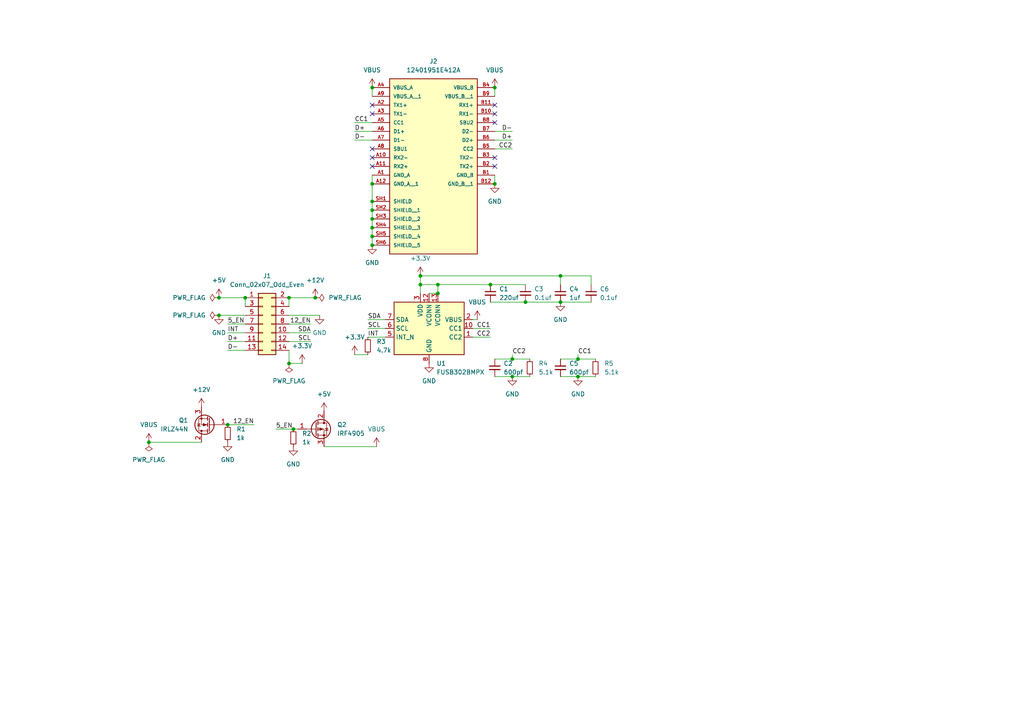
<source format=kicad_sch>
(kicad_sch
	(version 20250114)
	(generator "eeschema")
	(generator_version "9.0")
	(uuid "b46e03fb-cd56-4953-ab07-bcfcf5670b9f")
	(paper "A4")
	(lib_symbols
		(symbol "Connector_Generic:Conn_02x07_Odd_Even"
			(pin_names
				(offset 1.016)
				(hide yes)
			)
			(exclude_from_sim no)
			(in_bom yes)
			(on_board yes)
			(property "Reference" "J"
				(at 1.27 10.16 0)
				(effects
					(font
						(size 1.27 1.27)
					)
				)
			)
			(property "Value" "Conn_02x07_Odd_Even"
				(at 1.27 -10.16 0)
				(effects
					(font
						(size 1.27 1.27)
					)
				)
			)
			(property "Footprint" ""
				(at 0 0 0)
				(effects
					(font
						(size 1.27 1.27)
					)
					(hide yes)
				)
			)
			(property "Datasheet" "~"
				(at 0 0 0)
				(effects
					(font
						(size 1.27 1.27)
					)
					(hide yes)
				)
			)
			(property "Description" "Generic connector, double row, 02x07, odd/even pin numbering scheme (row 1 odd numbers, row 2 even numbers), script generated (kicad-library-utils/schlib/autogen/connector/)"
				(at 0 0 0)
				(effects
					(font
						(size 1.27 1.27)
					)
					(hide yes)
				)
			)
			(property "ki_keywords" "connector"
				(at 0 0 0)
				(effects
					(font
						(size 1.27 1.27)
					)
					(hide yes)
				)
			)
			(property "ki_fp_filters" "Connector*:*_2x??_*"
				(at 0 0 0)
				(effects
					(font
						(size 1.27 1.27)
					)
					(hide yes)
				)
			)
			(symbol "Conn_02x07_Odd_Even_1_1"
				(rectangle
					(start -1.27 8.89)
					(end 3.81 -8.89)
					(stroke
						(width 0.254)
						(type default)
					)
					(fill
						(type background)
					)
				)
				(rectangle
					(start -1.27 7.747)
					(end 0 7.493)
					(stroke
						(width 0.1524)
						(type default)
					)
					(fill
						(type none)
					)
				)
				(rectangle
					(start -1.27 5.207)
					(end 0 4.953)
					(stroke
						(width 0.1524)
						(type default)
					)
					(fill
						(type none)
					)
				)
				(rectangle
					(start -1.27 2.667)
					(end 0 2.413)
					(stroke
						(width 0.1524)
						(type default)
					)
					(fill
						(type none)
					)
				)
				(rectangle
					(start -1.27 0.127)
					(end 0 -0.127)
					(stroke
						(width 0.1524)
						(type default)
					)
					(fill
						(type none)
					)
				)
				(rectangle
					(start -1.27 -2.413)
					(end 0 -2.667)
					(stroke
						(width 0.1524)
						(type default)
					)
					(fill
						(type none)
					)
				)
				(rectangle
					(start -1.27 -4.953)
					(end 0 -5.207)
					(stroke
						(width 0.1524)
						(type default)
					)
					(fill
						(type none)
					)
				)
				(rectangle
					(start -1.27 -7.493)
					(end 0 -7.747)
					(stroke
						(width 0.1524)
						(type default)
					)
					(fill
						(type none)
					)
				)
				(rectangle
					(start 3.81 7.747)
					(end 2.54 7.493)
					(stroke
						(width 0.1524)
						(type default)
					)
					(fill
						(type none)
					)
				)
				(rectangle
					(start 3.81 5.207)
					(end 2.54 4.953)
					(stroke
						(width 0.1524)
						(type default)
					)
					(fill
						(type none)
					)
				)
				(rectangle
					(start 3.81 2.667)
					(end 2.54 2.413)
					(stroke
						(width 0.1524)
						(type default)
					)
					(fill
						(type none)
					)
				)
				(rectangle
					(start 3.81 0.127)
					(end 2.54 -0.127)
					(stroke
						(width 0.1524)
						(type default)
					)
					(fill
						(type none)
					)
				)
				(rectangle
					(start 3.81 -2.413)
					(end 2.54 -2.667)
					(stroke
						(width 0.1524)
						(type default)
					)
					(fill
						(type none)
					)
				)
				(rectangle
					(start 3.81 -4.953)
					(end 2.54 -5.207)
					(stroke
						(width 0.1524)
						(type default)
					)
					(fill
						(type none)
					)
				)
				(rectangle
					(start 3.81 -7.493)
					(end 2.54 -7.747)
					(stroke
						(width 0.1524)
						(type default)
					)
					(fill
						(type none)
					)
				)
				(pin passive line
					(at -5.08 7.62 0)
					(length 3.81)
					(name "Pin_1"
						(effects
							(font
								(size 1.27 1.27)
							)
						)
					)
					(number "1"
						(effects
							(font
								(size 1.27 1.27)
							)
						)
					)
				)
				(pin passive line
					(at -5.08 5.08 0)
					(length 3.81)
					(name "Pin_3"
						(effects
							(font
								(size 1.27 1.27)
							)
						)
					)
					(number "3"
						(effects
							(font
								(size 1.27 1.27)
							)
						)
					)
				)
				(pin passive line
					(at -5.08 2.54 0)
					(length 3.81)
					(name "Pin_5"
						(effects
							(font
								(size 1.27 1.27)
							)
						)
					)
					(number "5"
						(effects
							(font
								(size 1.27 1.27)
							)
						)
					)
				)
				(pin passive line
					(at -5.08 0 0)
					(length 3.81)
					(name "Pin_7"
						(effects
							(font
								(size 1.27 1.27)
							)
						)
					)
					(number "7"
						(effects
							(font
								(size 1.27 1.27)
							)
						)
					)
				)
				(pin passive line
					(at -5.08 -2.54 0)
					(length 3.81)
					(name "Pin_9"
						(effects
							(font
								(size 1.27 1.27)
							)
						)
					)
					(number "9"
						(effects
							(font
								(size 1.27 1.27)
							)
						)
					)
				)
				(pin passive line
					(at -5.08 -5.08 0)
					(length 3.81)
					(name "Pin_11"
						(effects
							(font
								(size 1.27 1.27)
							)
						)
					)
					(number "11"
						(effects
							(font
								(size 1.27 1.27)
							)
						)
					)
				)
				(pin passive line
					(at -5.08 -7.62 0)
					(length 3.81)
					(name "Pin_13"
						(effects
							(font
								(size 1.27 1.27)
							)
						)
					)
					(number "13"
						(effects
							(font
								(size 1.27 1.27)
							)
						)
					)
				)
				(pin passive line
					(at 7.62 7.62 180)
					(length 3.81)
					(name "Pin_2"
						(effects
							(font
								(size 1.27 1.27)
							)
						)
					)
					(number "2"
						(effects
							(font
								(size 1.27 1.27)
							)
						)
					)
				)
				(pin passive line
					(at 7.62 5.08 180)
					(length 3.81)
					(name "Pin_4"
						(effects
							(font
								(size 1.27 1.27)
							)
						)
					)
					(number "4"
						(effects
							(font
								(size 1.27 1.27)
							)
						)
					)
				)
				(pin passive line
					(at 7.62 2.54 180)
					(length 3.81)
					(name "Pin_6"
						(effects
							(font
								(size 1.27 1.27)
							)
						)
					)
					(number "6"
						(effects
							(font
								(size 1.27 1.27)
							)
						)
					)
				)
				(pin passive line
					(at 7.62 0 180)
					(length 3.81)
					(name "Pin_8"
						(effects
							(font
								(size 1.27 1.27)
							)
						)
					)
					(number "8"
						(effects
							(font
								(size 1.27 1.27)
							)
						)
					)
				)
				(pin passive line
					(at 7.62 -2.54 180)
					(length 3.81)
					(name "Pin_10"
						(effects
							(font
								(size 1.27 1.27)
							)
						)
					)
					(number "10"
						(effects
							(font
								(size 1.27 1.27)
							)
						)
					)
				)
				(pin passive line
					(at 7.62 -5.08 180)
					(length 3.81)
					(name "Pin_12"
						(effects
							(font
								(size 1.27 1.27)
							)
						)
					)
					(number "12"
						(effects
							(font
								(size 1.27 1.27)
							)
						)
					)
				)
				(pin passive line
					(at 7.62 -7.62 180)
					(length 3.81)
					(name "Pin_14"
						(effects
							(font
								(size 1.27 1.27)
							)
						)
					)
					(number "14"
						(effects
							(font
								(size 1.27 1.27)
							)
						)
					)
				)
			)
			(embedded_fonts no)
		)
		(symbol "Device:C_Small"
			(pin_numbers
				(hide yes)
			)
			(pin_names
				(offset 0.254)
				(hide yes)
			)
			(exclude_from_sim no)
			(in_bom yes)
			(on_board yes)
			(property "Reference" "C"
				(at 0.254 1.778 0)
				(effects
					(font
						(size 1.27 1.27)
					)
					(justify left)
				)
			)
			(property "Value" "C_Small"
				(at 0.254 -2.032 0)
				(effects
					(font
						(size 1.27 1.27)
					)
					(justify left)
				)
			)
			(property "Footprint" ""
				(at 0 0 0)
				(effects
					(font
						(size 1.27 1.27)
					)
					(hide yes)
				)
			)
			(property "Datasheet" "~"
				(at 0 0 0)
				(effects
					(font
						(size 1.27 1.27)
					)
					(hide yes)
				)
			)
			(property "Description" "Unpolarized capacitor, small symbol"
				(at 0 0 0)
				(effects
					(font
						(size 1.27 1.27)
					)
					(hide yes)
				)
			)
			(property "ki_keywords" "capacitor cap"
				(at 0 0 0)
				(effects
					(font
						(size 1.27 1.27)
					)
					(hide yes)
				)
			)
			(property "ki_fp_filters" "C_*"
				(at 0 0 0)
				(effects
					(font
						(size 1.27 1.27)
					)
					(hide yes)
				)
			)
			(symbol "C_Small_0_1"
				(polyline
					(pts
						(xy -1.524 0.508) (xy 1.524 0.508)
					)
					(stroke
						(width 0.3048)
						(type default)
					)
					(fill
						(type none)
					)
				)
				(polyline
					(pts
						(xy -1.524 -0.508) (xy 1.524 -0.508)
					)
					(stroke
						(width 0.3302)
						(type default)
					)
					(fill
						(type none)
					)
				)
			)
			(symbol "C_Small_1_1"
				(pin passive line
					(at 0 2.54 270)
					(length 2.032)
					(name "~"
						(effects
							(font
								(size 1.27 1.27)
							)
						)
					)
					(number "1"
						(effects
							(font
								(size 1.27 1.27)
							)
						)
					)
				)
				(pin passive line
					(at 0 -2.54 90)
					(length 2.032)
					(name "~"
						(effects
							(font
								(size 1.27 1.27)
							)
						)
					)
					(number "2"
						(effects
							(font
								(size 1.27 1.27)
							)
						)
					)
				)
			)
			(embedded_fonts no)
		)
		(symbol "Device:R_Small"
			(pin_numbers
				(hide yes)
			)
			(pin_names
				(offset 0.254)
				(hide yes)
			)
			(exclude_from_sim no)
			(in_bom yes)
			(on_board yes)
			(property "Reference" "R"
				(at 0.762 0.508 0)
				(effects
					(font
						(size 1.27 1.27)
					)
					(justify left)
				)
			)
			(property "Value" "R_Small"
				(at 0.762 -1.016 0)
				(effects
					(font
						(size 1.27 1.27)
					)
					(justify left)
				)
			)
			(property "Footprint" ""
				(at 0 0 0)
				(effects
					(font
						(size 1.27 1.27)
					)
					(hide yes)
				)
			)
			(property "Datasheet" "~"
				(at 0 0 0)
				(effects
					(font
						(size 1.27 1.27)
					)
					(hide yes)
				)
			)
			(property "Description" "Resistor, small symbol"
				(at 0 0 0)
				(effects
					(font
						(size 1.27 1.27)
					)
					(hide yes)
				)
			)
			(property "ki_keywords" "R resistor"
				(at 0 0 0)
				(effects
					(font
						(size 1.27 1.27)
					)
					(hide yes)
				)
			)
			(property "ki_fp_filters" "R_*"
				(at 0 0 0)
				(effects
					(font
						(size 1.27 1.27)
					)
					(hide yes)
				)
			)
			(symbol "R_Small_0_1"
				(rectangle
					(start -0.762 1.778)
					(end 0.762 -1.778)
					(stroke
						(width 0.2032)
						(type default)
					)
					(fill
						(type none)
					)
				)
			)
			(symbol "R_Small_1_1"
				(pin passive line
					(at 0 2.54 270)
					(length 0.762)
					(name "~"
						(effects
							(font
								(size 1.27 1.27)
							)
						)
					)
					(number "1"
						(effects
							(font
								(size 1.27 1.27)
							)
						)
					)
				)
				(pin passive line
					(at 0 -2.54 90)
					(length 0.762)
					(name "~"
						(effects
							(font
								(size 1.27 1.27)
							)
						)
					)
					(number "2"
						(effects
							(font
								(size 1.27 1.27)
							)
						)
					)
				)
			)
			(embedded_fonts no)
		)
		(symbol "Interface_USB:FUSB302BMPX"
			(exclude_from_sim no)
			(in_bom yes)
			(on_board yes)
			(property "Reference" "U"
				(at -10.16 8.89 0)
				(effects
					(font
						(size 1.27 1.27)
					)
					(justify left)
				)
			)
			(property "Value" "FUSB302BMPX"
				(at 3.81 8.89 0)
				(effects
					(font
						(size 1.27 1.27)
					)
					(justify left)
				)
			)
			(property "Footprint" "Package_DFN_QFN:WQFN-14-1EP_2.5x2.5mm_P0.5mm_EP1.45x1.45mm"
				(at 0 -12.7 0)
				(effects
					(font
						(size 1.27 1.27)
					)
					(hide yes)
				)
			)
			(property "Datasheet" "http://www.onsemi.com/pub/Collateral/FUSB302B-D.PDF"
				(at 2.54 -10.16 0)
				(effects
					(font
						(size 1.27 1.27)
					)
					(hide yes)
				)
			)
			(property "Description" "Programmable USB Type-C Controller w/PD, I2C address 0x22, WQFN-14"
				(at 0 0 0)
				(effects
					(font
						(size 1.27 1.27)
					)
					(hide yes)
				)
			)
			(property "ki_keywords" "USB USB-C PD Power Delivery PHY"
				(at 0 0 0)
				(effects
					(font
						(size 1.27 1.27)
					)
					(hide yes)
				)
			)
			(property "ki_fp_filters" "WQFN*1EP*2.5x2.5mm*P0.5mm*"
				(at 0 0 0)
				(effects
					(font
						(size 1.27 1.27)
					)
					(hide yes)
				)
			)
			(symbol "FUSB302BMPX_0_1"
				(rectangle
					(start -10.16 7.62)
					(end 10.16 -7.62)
					(stroke
						(width 0.254)
						(type default)
					)
					(fill
						(type background)
					)
				)
			)
			(symbol "FUSB302BMPX_1_1"
				(pin bidirectional line
					(at -12.7 2.54 0)
					(length 2.54)
					(name "SDA"
						(effects
							(font
								(size 1.27 1.27)
							)
						)
					)
					(number "7"
						(effects
							(font
								(size 1.27 1.27)
							)
						)
					)
				)
				(pin input line
					(at -12.7 0 0)
					(length 2.54)
					(name "SCL"
						(effects
							(font
								(size 1.27 1.27)
							)
						)
					)
					(number "6"
						(effects
							(font
								(size 1.27 1.27)
							)
						)
					)
				)
				(pin open_collector line
					(at -12.7 -2.54 0)
					(length 2.54)
					(name "INT_N"
						(effects
							(font
								(size 1.27 1.27)
							)
						)
					)
					(number "5"
						(effects
							(font
								(size 1.27 1.27)
							)
						)
					)
				)
				(pin power_in line
					(at -2.54 10.16 270)
					(length 2.54)
					(name "VDD"
						(effects
							(font
								(size 1.27 1.27)
							)
						)
					)
					(number "3"
						(effects
							(font
								(size 1.27 1.27)
							)
						)
					)
				)
				(pin passive line
					(at -2.54 10.16 270)
					(length 2.54)
					(hide yes)
					(name "VDD"
						(effects
							(font
								(size 1.27 1.27)
							)
						)
					)
					(number "4"
						(effects
							(font
								(size 1.27 1.27)
							)
						)
					)
				)
				(pin power_in line
					(at 0 10.16 270)
					(length 2.54)
					(name "VCONN"
						(effects
							(font
								(size 1.27 1.27)
							)
						)
					)
					(number "12"
						(effects
							(font
								(size 1.27 1.27)
							)
						)
					)
				)
				(pin passive line
					(at 0 -10.16 90)
					(length 2.54)
					(hide yes)
					(name "GND"
						(effects
							(font
								(size 1.27 1.27)
							)
						)
					)
					(number "15"
						(effects
							(font
								(size 1.27 1.27)
							)
						)
					)
				)
				(pin power_in line
					(at 0 -10.16 90)
					(length 2.54)
					(name "GND"
						(effects
							(font
								(size 1.27 1.27)
							)
						)
					)
					(number "8"
						(effects
							(font
								(size 1.27 1.27)
							)
						)
					)
				)
				(pin passive line
					(at 0 -10.16 90)
					(length 2.54)
					(hide yes)
					(name "GND"
						(effects
							(font
								(size 1.27 1.27)
							)
						)
					)
					(number "9"
						(effects
							(font
								(size 1.27 1.27)
							)
						)
					)
				)
				(pin power_in line
					(at 2.54 10.16 270)
					(length 2.54)
					(name "VCONN"
						(effects
							(font
								(size 1.27 1.27)
							)
						)
					)
					(number "13"
						(effects
							(font
								(size 1.27 1.27)
							)
						)
					)
				)
				(pin input line
					(at 12.7 2.54 180)
					(length 2.54)
					(name "VBUS"
						(effects
							(font
								(size 1.27 1.27)
							)
						)
					)
					(number "2"
						(effects
							(font
								(size 1.27 1.27)
							)
						)
					)
				)
				(pin bidirectional line
					(at 12.7 0 180)
					(length 2.54)
					(name "CC1"
						(effects
							(font
								(size 1.27 1.27)
							)
						)
					)
					(number "10"
						(effects
							(font
								(size 1.27 1.27)
							)
						)
					)
				)
				(pin bidirectional line
					(at 12.7 0 180)
					(length 2.54)
					(hide yes)
					(name "CC1"
						(effects
							(font
								(size 1.27 1.27)
							)
						)
					)
					(number "11"
						(effects
							(font
								(size 1.27 1.27)
							)
						)
					)
				)
				(pin bidirectional line
					(at 12.7 -2.54 180)
					(length 2.54)
					(name "CC2"
						(effects
							(font
								(size 1.27 1.27)
							)
						)
					)
					(number "1"
						(effects
							(font
								(size 1.27 1.27)
							)
						)
					)
				)
				(pin bidirectional line
					(at 12.7 -2.54 180)
					(length 2.54)
					(hide yes)
					(name "CC2"
						(effects
							(font
								(size 1.27 1.27)
							)
						)
					)
					(number "14"
						(effects
							(font
								(size 1.27 1.27)
							)
						)
					)
				)
			)
			(embedded_fonts no)
		)
		(symbol "Transistor_FET:IRF4905"
			(pin_names
				(hide yes)
			)
			(exclude_from_sim no)
			(in_bom yes)
			(on_board yes)
			(property "Reference" "Q"
				(at 5.08 1.905 0)
				(effects
					(font
						(size 1.27 1.27)
					)
					(justify left)
				)
			)
			(property "Value" "IRF4905"
				(at 5.08 0 0)
				(effects
					(font
						(size 1.27 1.27)
					)
					(justify left)
				)
			)
			(property "Footprint" "Package_TO_SOT_THT:TO-220-3_Vertical"
				(at 5.08 -1.905 0)
				(effects
					(font
						(size 1.27 1.27)
						(italic yes)
					)
					(justify left)
					(hide yes)
				)
			)
			(property "Datasheet" "http://www.infineon.com/dgdl/irf4905.pdf?fileId=5546d462533600a4015355e32165197c"
				(at 5.08 -3.81 0)
				(effects
					(font
						(size 1.27 1.27)
					)
					(justify left)
					(hide yes)
				)
			)
			(property "Description" "-74A Id, -55V Vds, Single P-Channel HEXFET Power MOSFET, 20mOhm Ron, TO-220AB"
				(at 0 0 0)
				(effects
					(font
						(size 1.27 1.27)
					)
					(hide yes)
				)
			)
			(property "ki_keywords" "Single P-Channel HEXFET Power MOSFET"
				(at 0 0 0)
				(effects
					(font
						(size 1.27 1.27)
					)
					(hide yes)
				)
			)
			(property "ki_fp_filters" "TO?220*"
				(at 0 0 0)
				(effects
					(font
						(size 1.27 1.27)
					)
					(hide yes)
				)
			)
			(symbol "IRF4905_0_1"
				(polyline
					(pts
						(xy 0.254 1.905) (xy 0.254 -1.905)
					)
					(stroke
						(width 0.254)
						(type default)
					)
					(fill
						(type none)
					)
				)
				(polyline
					(pts
						(xy 0.254 0) (xy -2.54 0)
					)
					(stroke
						(width 0)
						(type default)
					)
					(fill
						(type none)
					)
				)
				(polyline
					(pts
						(xy 0.762 2.286) (xy 0.762 1.27)
					)
					(stroke
						(width 0.254)
						(type default)
					)
					(fill
						(type none)
					)
				)
				(polyline
					(pts
						(xy 0.762 1.778) (xy 3.302 1.778) (xy 3.302 -1.778) (xy 0.762 -1.778)
					)
					(stroke
						(width 0)
						(type default)
					)
					(fill
						(type none)
					)
				)
				(polyline
					(pts
						(xy 0.762 0.508) (xy 0.762 -0.508)
					)
					(stroke
						(width 0.254)
						(type default)
					)
					(fill
						(type none)
					)
				)
				(polyline
					(pts
						(xy 0.762 -1.27) (xy 0.762 -2.286)
					)
					(stroke
						(width 0.254)
						(type default)
					)
					(fill
						(type none)
					)
				)
				(circle
					(center 1.651 0)
					(radius 2.794)
					(stroke
						(width 0.254)
						(type default)
					)
					(fill
						(type none)
					)
				)
				(polyline
					(pts
						(xy 2.286 0) (xy 1.27 0.381) (xy 1.27 -0.381) (xy 2.286 0)
					)
					(stroke
						(width 0)
						(type default)
					)
					(fill
						(type outline)
					)
				)
				(polyline
					(pts
						(xy 2.54 2.54) (xy 2.54 1.778)
					)
					(stroke
						(width 0)
						(type default)
					)
					(fill
						(type none)
					)
				)
				(circle
					(center 2.54 1.778)
					(radius 0.254)
					(stroke
						(width 0)
						(type default)
					)
					(fill
						(type outline)
					)
				)
				(circle
					(center 2.54 -1.778)
					(radius 0.254)
					(stroke
						(width 0)
						(type default)
					)
					(fill
						(type outline)
					)
				)
				(polyline
					(pts
						(xy 2.54 -2.54) (xy 2.54 0) (xy 0.762 0)
					)
					(stroke
						(width 0)
						(type default)
					)
					(fill
						(type none)
					)
				)
				(polyline
					(pts
						(xy 2.794 -0.508) (xy 2.921 -0.381) (xy 3.683 -0.381) (xy 3.81 -0.254)
					)
					(stroke
						(width 0)
						(type default)
					)
					(fill
						(type none)
					)
				)
				(polyline
					(pts
						(xy 3.302 -0.381) (xy 2.921 0.254) (xy 3.683 0.254) (xy 3.302 -0.381)
					)
					(stroke
						(width 0)
						(type default)
					)
					(fill
						(type none)
					)
				)
			)
			(symbol "IRF4905_1_1"
				(pin input line
					(at -5.08 0 0)
					(length 2.54)
					(name "G"
						(effects
							(font
								(size 1.27 1.27)
							)
						)
					)
					(number "1"
						(effects
							(font
								(size 1.27 1.27)
							)
						)
					)
				)
				(pin passive line
					(at 2.54 5.08 270)
					(length 2.54)
					(name "D"
						(effects
							(font
								(size 1.27 1.27)
							)
						)
					)
					(number "2"
						(effects
							(font
								(size 1.27 1.27)
							)
						)
					)
				)
				(pin passive line
					(at 2.54 -5.08 90)
					(length 2.54)
					(name "S"
						(effects
							(font
								(size 1.27 1.27)
							)
						)
					)
					(number "3"
						(effects
							(font
								(size 1.27 1.27)
							)
						)
					)
				)
			)
			(embedded_fonts no)
		)
		(symbol "Transistor_FET:IRLZ44N"
			(pin_names
				(hide yes)
			)
			(exclude_from_sim no)
			(in_bom yes)
			(on_board yes)
			(property "Reference" "Q"
				(at 5.08 1.905 0)
				(effects
					(font
						(size 1.27 1.27)
					)
					(justify left)
				)
			)
			(property "Value" "IRLZ44N"
				(at 5.08 0 0)
				(effects
					(font
						(size 1.27 1.27)
					)
					(justify left)
				)
			)
			(property "Footprint" "Package_TO_SOT_THT:TO-220-3_Vertical"
				(at 5.08 -1.905 0)
				(effects
					(font
						(size 1.27 1.27)
						(italic yes)
					)
					(justify left)
					(hide yes)
				)
			)
			(property "Datasheet" "http://www.irf.com/product-info/datasheets/data/irlz44n.pdf"
				(at 5.08 -3.81 0)
				(effects
					(font
						(size 1.27 1.27)
					)
					(justify left)
					(hide yes)
				)
			)
			(property "Description" "47A Id, 55V Vds, 22mOhm Rds Single N-Channel HEXFET Power MOSFET, TO-220AB"
				(at 0 0 0)
				(effects
					(font
						(size 1.27 1.27)
					)
					(hide yes)
				)
			)
			(property "ki_keywords" "N-Channel HEXFET MOSFET Logic-Level"
				(at 0 0 0)
				(effects
					(font
						(size 1.27 1.27)
					)
					(hide yes)
				)
			)
			(property "ki_fp_filters" "TO?220*"
				(at 0 0 0)
				(effects
					(font
						(size 1.27 1.27)
					)
					(hide yes)
				)
			)
			(symbol "IRLZ44N_0_1"
				(polyline
					(pts
						(xy 0.254 1.905) (xy 0.254 -1.905)
					)
					(stroke
						(width 0.254)
						(type default)
					)
					(fill
						(type none)
					)
				)
				(polyline
					(pts
						(xy 0.254 0) (xy -2.54 0)
					)
					(stroke
						(width 0)
						(type default)
					)
					(fill
						(type none)
					)
				)
				(polyline
					(pts
						(xy 0.762 2.286) (xy 0.762 1.27)
					)
					(stroke
						(width 0.254)
						(type default)
					)
					(fill
						(type none)
					)
				)
				(polyline
					(pts
						(xy 0.762 0.508) (xy 0.762 -0.508)
					)
					(stroke
						(width 0.254)
						(type default)
					)
					(fill
						(type none)
					)
				)
				(polyline
					(pts
						(xy 0.762 -1.27) (xy 0.762 -2.286)
					)
					(stroke
						(width 0.254)
						(type default)
					)
					(fill
						(type none)
					)
				)
				(polyline
					(pts
						(xy 0.762 -1.778) (xy 3.302 -1.778) (xy 3.302 1.778) (xy 0.762 1.778)
					)
					(stroke
						(width 0)
						(type default)
					)
					(fill
						(type none)
					)
				)
				(polyline
					(pts
						(xy 1.016 0) (xy 2.032 0.381) (xy 2.032 -0.381) (xy 1.016 0)
					)
					(stroke
						(width 0)
						(type default)
					)
					(fill
						(type outline)
					)
				)
				(circle
					(center 1.651 0)
					(radius 2.794)
					(stroke
						(width 0.254)
						(type default)
					)
					(fill
						(type none)
					)
				)
				(polyline
					(pts
						(xy 2.54 2.54) (xy 2.54 1.778)
					)
					(stroke
						(width 0)
						(type default)
					)
					(fill
						(type none)
					)
				)
				(circle
					(center 2.54 1.778)
					(radius 0.254)
					(stroke
						(width 0)
						(type default)
					)
					(fill
						(type outline)
					)
				)
				(circle
					(center 2.54 -1.778)
					(radius 0.254)
					(stroke
						(width 0)
						(type default)
					)
					(fill
						(type outline)
					)
				)
				(polyline
					(pts
						(xy 2.54 -2.54) (xy 2.54 0) (xy 0.762 0)
					)
					(stroke
						(width 0)
						(type default)
					)
					(fill
						(type none)
					)
				)
				(polyline
					(pts
						(xy 2.794 0.508) (xy 2.921 0.381) (xy 3.683 0.381) (xy 3.81 0.254)
					)
					(stroke
						(width 0)
						(type default)
					)
					(fill
						(type none)
					)
				)
				(polyline
					(pts
						(xy 3.302 0.381) (xy 2.921 -0.254) (xy 3.683 -0.254) (xy 3.302 0.381)
					)
					(stroke
						(width 0)
						(type default)
					)
					(fill
						(type none)
					)
				)
			)
			(symbol "IRLZ44N_1_1"
				(pin input line
					(at -5.08 0 0)
					(length 2.54)
					(name "G"
						(effects
							(font
								(size 1.27 1.27)
							)
						)
					)
					(number "1"
						(effects
							(font
								(size 1.27 1.27)
							)
						)
					)
				)
				(pin passive line
					(at 2.54 5.08 270)
					(length 2.54)
					(name "D"
						(effects
							(font
								(size 1.27 1.27)
							)
						)
					)
					(number "2"
						(effects
							(font
								(size 1.27 1.27)
							)
						)
					)
				)
				(pin passive line
					(at 2.54 -5.08 90)
					(length 2.54)
					(name "S"
						(effects
							(font
								(size 1.27 1.27)
							)
						)
					)
					(number "3"
						(effects
							(font
								(size 1.27 1.27)
							)
						)
					)
				)
			)
			(embedded_fonts no)
		)
		(symbol "USB-C:12401951E412A"
			(pin_names
				(offset 1.016)
			)
			(exclude_from_sim no)
			(in_bom yes)
			(on_board yes)
			(property "Reference" "J"
				(at -12.7 16.002 0)
				(effects
					(font
						(size 1.27 1.27)
					)
					(justify left bottom)
				)
			)
			(property "Value" "12401951E412A"
				(at -12.7 -38.1 0)
				(effects
					(font
						(size 1.27 1.27)
					)
					(justify left bottom)
				)
			)
			(property "Footprint" "USB-C:AMPHENOL_12401951E412A"
				(at 0 0 0)
				(effects
					(font
						(size 1.27 1.27)
					)
					(justify bottom)
					(hide yes)
				)
			)
			(property "Datasheet" ""
				(at 0 0 0)
				(effects
					(font
						(size 1.27 1.27)
					)
					(hide yes)
				)
			)
			(property "Description" ""
				(at 0 0 0)
				(effects
					(font
						(size 1.27 1.27)
					)
					(hide yes)
				)
			)
			(property "PARTREV" "9"
				(at 0 0 0)
				(effects
					(font
						(size 1.27 1.27)
					)
					(justify bottom)
					(hide yes)
				)
			)
			(property "STANDARD" "Manufacturer Recommendations"
				(at 0 0 0)
				(effects
					(font
						(size 1.27 1.27)
					)
					(justify bottom)
					(hide yes)
				)
			)
			(property "MAXIMUM_PACKAGE_HEIGHT" "12.15mm"
				(at 0 0 0)
				(effects
					(font
						(size 1.27 1.27)
					)
					(justify bottom)
					(hide yes)
				)
			)
			(property "MANUFACTURER" "Amphenol"
				(at 0 0 0)
				(effects
					(font
						(size 1.27 1.27)
					)
					(justify bottom)
					(hide yes)
				)
			)
			(symbol "12401951E412A_0_0"
				(rectangle
					(start -12.7 -35.56)
					(end 12.7 15.24)
					(stroke
						(width 0.254)
						(type default)
					)
					(fill
						(type background)
					)
				)
				(pin power_in line
					(at -17.78 12.7 0)
					(length 5.08)
					(name "VBUS_A"
						(effects
							(font
								(size 1.016 1.016)
							)
						)
					)
					(number "A4"
						(effects
							(font
								(size 1.016 1.016)
							)
						)
					)
				)
				(pin power_in line
					(at -17.78 10.16 0)
					(length 5.08)
					(name "VBUS_A__1"
						(effects
							(font
								(size 1.016 1.016)
							)
						)
					)
					(number "A9"
						(effects
							(font
								(size 1.016 1.016)
							)
						)
					)
				)
				(pin bidirectional line
					(at -17.78 7.62 0)
					(length 5.08)
					(name "TX1+"
						(effects
							(font
								(size 1.016 1.016)
							)
						)
					)
					(number "A2"
						(effects
							(font
								(size 1.016 1.016)
							)
						)
					)
				)
				(pin bidirectional line
					(at -17.78 5.08 0)
					(length 5.08)
					(name "TX1-"
						(effects
							(font
								(size 1.016 1.016)
							)
						)
					)
					(number "A3"
						(effects
							(font
								(size 1.016 1.016)
							)
						)
					)
				)
				(pin bidirectional line
					(at -17.78 2.54 0)
					(length 5.08)
					(name "CC1"
						(effects
							(font
								(size 1.016 1.016)
							)
						)
					)
					(number "A5"
						(effects
							(font
								(size 1.016 1.016)
							)
						)
					)
				)
				(pin bidirectional line
					(at -17.78 0 0)
					(length 5.08)
					(name "D1+"
						(effects
							(font
								(size 1.016 1.016)
							)
						)
					)
					(number "A6"
						(effects
							(font
								(size 1.016 1.016)
							)
						)
					)
				)
				(pin bidirectional line
					(at -17.78 -2.54 0)
					(length 5.08)
					(name "D1-"
						(effects
							(font
								(size 1.016 1.016)
							)
						)
					)
					(number "A7"
						(effects
							(font
								(size 1.016 1.016)
							)
						)
					)
				)
				(pin bidirectional line
					(at -17.78 -5.08 0)
					(length 5.08)
					(name "SBU1"
						(effects
							(font
								(size 1.016 1.016)
							)
						)
					)
					(number "A8"
						(effects
							(font
								(size 1.016 1.016)
							)
						)
					)
				)
				(pin bidirectional line
					(at -17.78 -7.62 0)
					(length 5.08)
					(name "RX2-"
						(effects
							(font
								(size 1.016 1.016)
							)
						)
					)
					(number "A10"
						(effects
							(font
								(size 1.016 1.016)
							)
						)
					)
				)
				(pin bidirectional line
					(at -17.78 -10.16 0)
					(length 5.08)
					(name "RX2+"
						(effects
							(font
								(size 1.016 1.016)
							)
						)
					)
					(number "A11"
						(effects
							(font
								(size 1.016 1.016)
							)
						)
					)
				)
				(pin power_in line
					(at -17.78 -12.7 0)
					(length 5.08)
					(name "GND_A"
						(effects
							(font
								(size 1.016 1.016)
							)
						)
					)
					(number "A1"
						(effects
							(font
								(size 1.016 1.016)
							)
						)
					)
				)
				(pin power_in line
					(at -17.78 -15.24 0)
					(length 5.08)
					(name "GND_A__1"
						(effects
							(font
								(size 1.016 1.016)
							)
						)
					)
					(number "A12"
						(effects
							(font
								(size 1.016 1.016)
							)
						)
					)
				)
				(pin passive line
					(at -17.78 -20.32 0)
					(length 5.08)
					(name "SHIELD"
						(effects
							(font
								(size 1.016 1.016)
							)
						)
					)
					(number "SH1"
						(effects
							(font
								(size 1.016 1.016)
							)
						)
					)
				)
				(pin passive line
					(at -17.78 -22.86 0)
					(length 5.08)
					(name "SHIELD__1"
						(effects
							(font
								(size 1.016 1.016)
							)
						)
					)
					(number "SH2"
						(effects
							(font
								(size 1.016 1.016)
							)
						)
					)
				)
				(pin passive line
					(at -17.78 -25.4 0)
					(length 5.08)
					(name "SHIELD__2"
						(effects
							(font
								(size 1.016 1.016)
							)
						)
					)
					(number "SH3"
						(effects
							(font
								(size 1.016 1.016)
							)
						)
					)
				)
				(pin passive line
					(at -17.78 -27.94 0)
					(length 5.08)
					(name "SHIELD__3"
						(effects
							(font
								(size 1.016 1.016)
							)
						)
					)
					(number "SH4"
						(effects
							(font
								(size 1.016 1.016)
							)
						)
					)
				)
				(pin passive line
					(at -17.78 -30.48 0)
					(length 5.08)
					(name "SHIELD__4"
						(effects
							(font
								(size 1.016 1.016)
							)
						)
					)
					(number "SH5"
						(effects
							(font
								(size 1.016 1.016)
							)
						)
					)
				)
				(pin passive line
					(at -17.78 -33.02 0)
					(length 5.08)
					(name "SHIELD__5"
						(effects
							(font
								(size 1.016 1.016)
							)
						)
					)
					(number "SH6"
						(effects
							(font
								(size 1.016 1.016)
							)
						)
					)
				)
				(pin power_in line
					(at 17.78 12.7 180)
					(length 5.08)
					(name "VBUS_B"
						(effects
							(font
								(size 1.016 1.016)
							)
						)
					)
					(number "B4"
						(effects
							(font
								(size 1.016 1.016)
							)
						)
					)
				)
				(pin power_in line
					(at 17.78 10.16 180)
					(length 5.08)
					(name "VBUS_B__1"
						(effects
							(font
								(size 1.016 1.016)
							)
						)
					)
					(number "B9"
						(effects
							(font
								(size 1.016 1.016)
							)
						)
					)
				)
				(pin bidirectional line
					(at 17.78 7.62 180)
					(length 5.08)
					(name "RX1+"
						(effects
							(font
								(size 1.016 1.016)
							)
						)
					)
					(number "B11"
						(effects
							(font
								(size 1.016 1.016)
							)
						)
					)
				)
				(pin bidirectional line
					(at 17.78 5.08 180)
					(length 5.08)
					(name "RX1-"
						(effects
							(font
								(size 1.016 1.016)
							)
						)
					)
					(number "B10"
						(effects
							(font
								(size 1.016 1.016)
							)
						)
					)
				)
				(pin bidirectional line
					(at 17.78 2.54 180)
					(length 5.08)
					(name "SBU2"
						(effects
							(font
								(size 1.016 1.016)
							)
						)
					)
					(number "B8"
						(effects
							(font
								(size 1.016 1.016)
							)
						)
					)
				)
				(pin bidirectional line
					(at 17.78 0 180)
					(length 5.08)
					(name "D2-"
						(effects
							(font
								(size 1.016 1.016)
							)
						)
					)
					(number "B7"
						(effects
							(font
								(size 1.016 1.016)
							)
						)
					)
				)
				(pin bidirectional line
					(at 17.78 -2.54 180)
					(length 5.08)
					(name "D2+"
						(effects
							(font
								(size 1.016 1.016)
							)
						)
					)
					(number "B6"
						(effects
							(font
								(size 1.016 1.016)
							)
						)
					)
				)
				(pin bidirectional line
					(at 17.78 -5.08 180)
					(length 5.08)
					(name "CC2"
						(effects
							(font
								(size 1.016 1.016)
							)
						)
					)
					(number "B5"
						(effects
							(font
								(size 1.016 1.016)
							)
						)
					)
				)
				(pin bidirectional line
					(at 17.78 -7.62 180)
					(length 5.08)
					(name "TX2-"
						(effects
							(font
								(size 1.016 1.016)
							)
						)
					)
					(number "B3"
						(effects
							(font
								(size 1.016 1.016)
							)
						)
					)
				)
				(pin bidirectional line
					(at 17.78 -10.16 180)
					(length 5.08)
					(name "TX2+"
						(effects
							(font
								(size 1.016 1.016)
							)
						)
					)
					(number "B2"
						(effects
							(font
								(size 1.016 1.016)
							)
						)
					)
				)
				(pin power_in line
					(at 17.78 -12.7 180)
					(length 5.08)
					(name "GND_B"
						(effects
							(font
								(size 1.016 1.016)
							)
						)
					)
					(number "B1"
						(effects
							(font
								(size 1.016 1.016)
							)
						)
					)
				)
				(pin power_in line
					(at 17.78 -15.24 180)
					(length 5.08)
					(name "GND_B__1"
						(effects
							(font
								(size 1.016 1.016)
							)
						)
					)
					(number "B12"
						(effects
							(font
								(size 1.016 1.016)
							)
						)
					)
				)
			)
			(embedded_fonts no)
		)
		(symbol "power:+12V"
			(power)
			(pin_numbers
				(hide yes)
			)
			(pin_names
				(offset 0)
				(hide yes)
			)
			(exclude_from_sim no)
			(in_bom yes)
			(on_board yes)
			(property "Reference" "#PWR"
				(at 0 -3.81 0)
				(effects
					(font
						(size 1.27 1.27)
					)
					(hide yes)
				)
			)
			(property "Value" "+12V"
				(at 0 3.556 0)
				(effects
					(font
						(size 1.27 1.27)
					)
				)
			)
			(property "Footprint" ""
				(at 0 0 0)
				(effects
					(font
						(size 1.27 1.27)
					)
					(hide yes)
				)
			)
			(property "Datasheet" ""
				(at 0 0 0)
				(effects
					(font
						(size 1.27 1.27)
					)
					(hide yes)
				)
			)
			(property "Description" "Power symbol creates a global label with name \"+12V\""
				(at 0 0 0)
				(effects
					(font
						(size 1.27 1.27)
					)
					(hide yes)
				)
			)
			(property "ki_keywords" "global power"
				(at 0 0 0)
				(effects
					(font
						(size 1.27 1.27)
					)
					(hide yes)
				)
			)
			(symbol "+12V_0_1"
				(polyline
					(pts
						(xy -0.762 1.27) (xy 0 2.54)
					)
					(stroke
						(width 0)
						(type default)
					)
					(fill
						(type none)
					)
				)
				(polyline
					(pts
						(xy 0 2.54) (xy 0.762 1.27)
					)
					(stroke
						(width 0)
						(type default)
					)
					(fill
						(type none)
					)
				)
				(polyline
					(pts
						(xy 0 0) (xy 0 2.54)
					)
					(stroke
						(width 0)
						(type default)
					)
					(fill
						(type none)
					)
				)
			)
			(symbol "+12V_1_1"
				(pin power_in line
					(at 0 0 90)
					(length 0)
					(name "~"
						(effects
							(font
								(size 1.27 1.27)
							)
						)
					)
					(number "1"
						(effects
							(font
								(size 1.27 1.27)
							)
						)
					)
				)
			)
			(embedded_fonts no)
		)
		(symbol "power:+3.3V"
			(power)
			(pin_numbers
				(hide yes)
			)
			(pin_names
				(offset 0)
				(hide yes)
			)
			(exclude_from_sim no)
			(in_bom yes)
			(on_board yes)
			(property "Reference" "#PWR"
				(at 0 -3.81 0)
				(effects
					(font
						(size 1.27 1.27)
					)
					(hide yes)
				)
			)
			(property "Value" "+3.3V"
				(at 0 3.556 0)
				(effects
					(font
						(size 1.27 1.27)
					)
				)
			)
			(property "Footprint" ""
				(at 0 0 0)
				(effects
					(font
						(size 1.27 1.27)
					)
					(hide yes)
				)
			)
			(property "Datasheet" ""
				(at 0 0 0)
				(effects
					(font
						(size 1.27 1.27)
					)
					(hide yes)
				)
			)
			(property "Description" "Power symbol creates a global label with name \"+3.3V\""
				(at 0 0 0)
				(effects
					(font
						(size 1.27 1.27)
					)
					(hide yes)
				)
			)
			(property "ki_keywords" "global power"
				(at 0 0 0)
				(effects
					(font
						(size 1.27 1.27)
					)
					(hide yes)
				)
			)
			(symbol "+3.3V_0_1"
				(polyline
					(pts
						(xy -0.762 1.27) (xy 0 2.54)
					)
					(stroke
						(width 0)
						(type default)
					)
					(fill
						(type none)
					)
				)
				(polyline
					(pts
						(xy 0 2.54) (xy 0.762 1.27)
					)
					(stroke
						(width 0)
						(type default)
					)
					(fill
						(type none)
					)
				)
				(polyline
					(pts
						(xy 0 0) (xy 0 2.54)
					)
					(stroke
						(width 0)
						(type default)
					)
					(fill
						(type none)
					)
				)
			)
			(symbol "+3.3V_1_1"
				(pin power_in line
					(at 0 0 90)
					(length 0)
					(name "~"
						(effects
							(font
								(size 1.27 1.27)
							)
						)
					)
					(number "1"
						(effects
							(font
								(size 1.27 1.27)
							)
						)
					)
				)
			)
			(embedded_fonts no)
		)
		(symbol "power:+5V"
			(power)
			(pin_numbers
				(hide yes)
			)
			(pin_names
				(offset 0)
				(hide yes)
			)
			(exclude_from_sim no)
			(in_bom yes)
			(on_board yes)
			(property "Reference" "#PWR"
				(at 0 -3.81 0)
				(effects
					(font
						(size 1.27 1.27)
					)
					(hide yes)
				)
			)
			(property "Value" "+5V"
				(at 0 3.556 0)
				(effects
					(font
						(size 1.27 1.27)
					)
				)
			)
			(property "Footprint" ""
				(at 0 0 0)
				(effects
					(font
						(size 1.27 1.27)
					)
					(hide yes)
				)
			)
			(property "Datasheet" ""
				(at 0 0 0)
				(effects
					(font
						(size 1.27 1.27)
					)
					(hide yes)
				)
			)
			(property "Description" "Power symbol creates a global label with name \"+5V\""
				(at 0 0 0)
				(effects
					(font
						(size 1.27 1.27)
					)
					(hide yes)
				)
			)
			(property "ki_keywords" "global power"
				(at 0 0 0)
				(effects
					(font
						(size 1.27 1.27)
					)
					(hide yes)
				)
			)
			(symbol "+5V_0_1"
				(polyline
					(pts
						(xy -0.762 1.27) (xy 0 2.54)
					)
					(stroke
						(width 0)
						(type default)
					)
					(fill
						(type none)
					)
				)
				(polyline
					(pts
						(xy 0 2.54) (xy 0.762 1.27)
					)
					(stroke
						(width 0)
						(type default)
					)
					(fill
						(type none)
					)
				)
				(polyline
					(pts
						(xy 0 0) (xy 0 2.54)
					)
					(stroke
						(width 0)
						(type default)
					)
					(fill
						(type none)
					)
				)
			)
			(symbol "+5V_1_1"
				(pin power_in line
					(at 0 0 90)
					(length 0)
					(name "~"
						(effects
							(font
								(size 1.27 1.27)
							)
						)
					)
					(number "1"
						(effects
							(font
								(size 1.27 1.27)
							)
						)
					)
				)
			)
			(embedded_fonts no)
		)
		(symbol "power:GND"
			(power)
			(pin_numbers
				(hide yes)
			)
			(pin_names
				(offset 0)
				(hide yes)
			)
			(exclude_from_sim no)
			(in_bom yes)
			(on_board yes)
			(property "Reference" "#PWR"
				(at 0 -6.35 0)
				(effects
					(font
						(size 1.27 1.27)
					)
					(hide yes)
				)
			)
			(property "Value" "GND"
				(at 0 -3.81 0)
				(effects
					(font
						(size 1.27 1.27)
					)
				)
			)
			(property "Footprint" ""
				(at 0 0 0)
				(effects
					(font
						(size 1.27 1.27)
					)
					(hide yes)
				)
			)
			(property "Datasheet" ""
				(at 0 0 0)
				(effects
					(font
						(size 1.27 1.27)
					)
					(hide yes)
				)
			)
			(property "Description" "Power symbol creates a global label with name \"GND\" , ground"
				(at 0 0 0)
				(effects
					(font
						(size 1.27 1.27)
					)
					(hide yes)
				)
			)
			(property "ki_keywords" "global power"
				(at 0 0 0)
				(effects
					(font
						(size 1.27 1.27)
					)
					(hide yes)
				)
			)
			(symbol "GND_0_1"
				(polyline
					(pts
						(xy 0 0) (xy 0 -1.27) (xy 1.27 -1.27) (xy 0 -2.54) (xy -1.27 -1.27) (xy 0 -1.27)
					)
					(stroke
						(width 0)
						(type default)
					)
					(fill
						(type none)
					)
				)
			)
			(symbol "GND_1_1"
				(pin power_in line
					(at 0 0 270)
					(length 0)
					(name "~"
						(effects
							(font
								(size 1.27 1.27)
							)
						)
					)
					(number "1"
						(effects
							(font
								(size 1.27 1.27)
							)
						)
					)
				)
			)
			(embedded_fonts no)
		)
		(symbol "power:PWR_FLAG"
			(power)
			(pin_numbers
				(hide yes)
			)
			(pin_names
				(offset 0)
				(hide yes)
			)
			(exclude_from_sim no)
			(in_bom yes)
			(on_board yes)
			(property "Reference" "#FLG"
				(at 0 1.905 0)
				(effects
					(font
						(size 1.27 1.27)
					)
					(hide yes)
				)
			)
			(property "Value" "PWR_FLAG"
				(at 0 3.81 0)
				(effects
					(font
						(size 1.27 1.27)
					)
				)
			)
			(property "Footprint" ""
				(at 0 0 0)
				(effects
					(font
						(size 1.27 1.27)
					)
					(hide yes)
				)
			)
			(property "Datasheet" "~"
				(at 0 0 0)
				(effects
					(font
						(size 1.27 1.27)
					)
					(hide yes)
				)
			)
			(property "Description" "Special symbol for telling ERC where power comes from"
				(at 0 0 0)
				(effects
					(font
						(size 1.27 1.27)
					)
					(hide yes)
				)
			)
			(property "ki_keywords" "flag power"
				(at 0 0 0)
				(effects
					(font
						(size 1.27 1.27)
					)
					(hide yes)
				)
			)
			(symbol "PWR_FLAG_0_0"
				(pin power_out line
					(at 0 0 90)
					(length 0)
					(name "~"
						(effects
							(font
								(size 1.27 1.27)
							)
						)
					)
					(number "1"
						(effects
							(font
								(size 1.27 1.27)
							)
						)
					)
				)
			)
			(symbol "PWR_FLAG_0_1"
				(polyline
					(pts
						(xy 0 0) (xy 0 1.27) (xy -1.016 1.905) (xy 0 2.54) (xy 1.016 1.905) (xy 0 1.27)
					)
					(stroke
						(width 0)
						(type default)
					)
					(fill
						(type none)
					)
				)
			)
			(embedded_fonts no)
		)
		(symbol "power:VBUS"
			(power)
			(pin_numbers
				(hide yes)
			)
			(pin_names
				(offset 0)
				(hide yes)
			)
			(exclude_from_sim no)
			(in_bom yes)
			(on_board yes)
			(property "Reference" "#PWR"
				(at 0 -3.81 0)
				(effects
					(font
						(size 1.27 1.27)
					)
					(hide yes)
				)
			)
			(property "Value" "VBUS"
				(at 0 3.556 0)
				(effects
					(font
						(size 1.27 1.27)
					)
				)
			)
			(property "Footprint" ""
				(at 0 0 0)
				(effects
					(font
						(size 1.27 1.27)
					)
					(hide yes)
				)
			)
			(property "Datasheet" ""
				(at 0 0 0)
				(effects
					(font
						(size 1.27 1.27)
					)
					(hide yes)
				)
			)
			(property "Description" "Power symbol creates a global label with name \"VBUS\""
				(at 0 0 0)
				(effects
					(font
						(size 1.27 1.27)
					)
					(hide yes)
				)
			)
			(property "ki_keywords" "global power"
				(at 0 0 0)
				(effects
					(font
						(size 1.27 1.27)
					)
					(hide yes)
				)
			)
			(symbol "VBUS_0_1"
				(polyline
					(pts
						(xy -0.762 1.27) (xy 0 2.54)
					)
					(stroke
						(width 0)
						(type default)
					)
					(fill
						(type none)
					)
				)
				(polyline
					(pts
						(xy 0 2.54) (xy 0.762 1.27)
					)
					(stroke
						(width 0)
						(type default)
					)
					(fill
						(type none)
					)
				)
				(polyline
					(pts
						(xy 0 0) (xy 0 2.54)
					)
					(stroke
						(width 0)
						(type default)
					)
					(fill
						(type none)
					)
				)
			)
			(symbol "VBUS_1_1"
				(pin power_in line
					(at 0 0 90)
					(length 0)
					(name "~"
						(effects
							(font
								(size 1.27 1.27)
							)
						)
					)
					(number "1"
						(effects
							(font
								(size 1.27 1.27)
							)
						)
					)
				)
			)
			(embedded_fonts no)
		)
	)
	(junction
		(at 162.56 80.01)
		(diameter 0)
		(color 0 0 0 0)
		(uuid "0ba9446d-a2f4-4bc5-8c0c-3191d05d9d5b")
	)
	(junction
		(at 71.12 86.36)
		(diameter 0)
		(color 0 0 0 0)
		(uuid "164bfbd5-9a9a-40dd-bd13-3bec410c56dd")
	)
	(junction
		(at 148.59 104.14)
		(diameter 0)
		(color 0 0 0 0)
		(uuid "35efaddb-3471-4278-a1b0-39d95d1d635d")
	)
	(junction
		(at 143.51 25.4)
		(diameter 0)
		(color 0 0 0 0)
		(uuid "36b700a8-ca94-442e-80f9-cc724ca439a3")
	)
	(junction
		(at 66.04 123.19)
		(diameter 0)
		(color 0 0 0 0)
		(uuid "3c2cc767-7d95-4643-a9f7-57dbfda40765")
	)
	(junction
		(at 121.92 82.55)
		(diameter 0)
		(color 0 0 0 0)
		(uuid "45ae8cd7-47ec-49f5-9f7f-2fe2a5a658e1")
	)
	(junction
		(at 142.24 82.55)
		(diameter 0)
		(color 0 0 0 0)
		(uuid "482ab50c-7d2c-4e82-9147-a44720283398")
	)
	(junction
		(at 167.64 104.14)
		(diameter 0)
		(color 0 0 0 0)
		(uuid "4902ef0a-5c03-4928-bd61-1ceff2598e77")
	)
	(junction
		(at 152.4 87.63)
		(diameter 0)
		(color 0 0 0 0)
		(uuid "4a051009-9714-4b28-a5e1-d63276796c53")
	)
	(junction
		(at 167.64 109.22)
		(diameter 0)
		(color 0 0 0 0)
		(uuid "4e90bf79-24da-49eb-a24b-887b889a792a")
	)
	(junction
		(at 43.18 128.27)
		(diameter 0)
		(color 0 0 0 0)
		(uuid "58849ca7-a391-428a-97f7-a4f2acb3c88b")
	)
	(junction
		(at 63.5 86.36)
		(diameter 0)
		(color 0 0 0 0)
		(uuid "61b085bb-c8e8-4230-b9e3-b6548462f781")
	)
	(junction
		(at 127 82.55)
		(diameter 0)
		(color 0 0 0 0)
		(uuid "63602105-2764-4264-9cf4-2986dd4fcdc2")
	)
	(junction
		(at 107.95 71.12)
		(diameter 0)
		(color 0 0 0 0)
		(uuid "68672893-d9aa-4250-a754-5ad265416b0c")
	)
	(junction
		(at 107.95 60.96)
		(diameter 0)
		(color 0 0 0 0)
		(uuid "6e4b09e4-888f-439a-9427-db4cc41b2221")
	)
	(junction
		(at 83.82 105.41)
		(diameter 0)
		(color 0 0 0 0)
		(uuid "726a8ec3-4615-45bb-91de-a252b9560c65")
	)
	(junction
		(at 91.44 86.36)
		(diameter 0)
		(color 0 0 0 0)
		(uuid "751b723a-562e-4943-bc61-d6d2a53329d7")
	)
	(junction
		(at 107.95 58.42)
		(diameter 0)
		(color 0 0 0 0)
		(uuid "7879dd89-e5fe-4831-a14b-5a30234ff5dd")
	)
	(junction
		(at 107.95 25.4)
		(diameter 0)
		(color 0 0 0 0)
		(uuid "7eb1fb30-bc37-4256-860b-1213f05be333")
	)
	(junction
		(at 107.95 53.34)
		(diameter 0)
		(color 0 0 0 0)
		(uuid "835d9b4e-2741-4d9d-aa2e-ff8b7c5f80c3")
	)
	(junction
		(at 107.95 68.58)
		(diameter 0)
		(color 0 0 0 0)
		(uuid "8ad8e67d-e1e5-4fa8-a2e2-ce2bead99b7a")
	)
	(junction
		(at 107.95 63.5)
		(diameter 0)
		(color 0 0 0 0)
		(uuid "8f04f4b5-069e-4038-b657-569400387450")
	)
	(junction
		(at 121.92 80.01)
		(diameter 0)
		(color 0 0 0 0)
		(uuid "93cf0a87-c2df-441f-9550-fb3593a281cb")
	)
	(junction
		(at 107.95 66.04)
		(diameter 0)
		(color 0 0 0 0)
		(uuid "a48aa414-01b2-407d-9131-a9655f3f3fcf")
	)
	(junction
		(at 162.56 87.63)
		(diameter 0)
		(color 0 0 0 0)
		(uuid "a8bbb9d3-017e-4530-9df1-938e37f2c653")
	)
	(junction
		(at 63.5 91.44)
		(diameter 0)
		(color 0 0 0 0)
		(uuid "af720bf4-8cef-490f-a4dd-1750fe5eeded")
	)
	(junction
		(at 127 85.09)
		(diameter 0)
		(color 0 0 0 0)
		(uuid "b5ef605e-279b-4c46-90e9-ddecf2a6594c")
	)
	(junction
		(at 148.59 109.22)
		(diameter 0)
		(color 0 0 0 0)
		(uuid "ca7aa125-036f-47a0-9706-55ecd8c75459")
	)
	(junction
		(at 143.51 53.34)
		(diameter 0)
		(color 0 0 0 0)
		(uuid "d2a39202-b5e4-49d4-bb56-4ebbc06112b0")
	)
	(junction
		(at 85.09 124.46)
		(diameter 0)
		(color 0 0 0 0)
		(uuid "ec8109fa-a541-4f8b-9db6-b1229bc9abbb")
	)
	(junction
		(at 83.82 86.36)
		(diameter 0)
		(color 0 0 0 0)
		(uuid "f0b50a85-1742-463a-bfa3-8728bab2b2dc")
	)
	(no_connect
		(at 143.51 35.56)
		(uuid "0586e911-beb3-4bbc-8898-319ef3a76a81")
	)
	(no_connect
		(at 143.51 45.72)
		(uuid "07c5bffb-0773-459a-81a4-63bae779bc39")
	)
	(no_connect
		(at 143.51 48.26)
		(uuid "27740401-eb50-4914-af9b-c68707c6e96f")
	)
	(no_connect
		(at 143.51 30.48)
		(uuid "5978a389-f614-4338-83e1-276b683b811e")
	)
	(no_connect
		(at 107.95 48.26)
		(uuid "680af306-2395-48e8-9065-697a5e984f17")
	)
	(no_connect
		(at 107.95 30.48)
		(uuid "7bd4dc62-ba26-4e80-af46-ced888863468")
	)
	(no_connect
		(at 107.95 33.02)
		(uuid "bed64f29-2000-47c2-9779-1265074b689e")
	)
	(no_connect
		(at 107.95 43.18)
		(uuid "d573a436-687d-4185-be17-c8732adeb666")
	)
	(no_connect
		(at 107.95 45.72)
		(uuid "f0649c05-c341-4743-9301-70038ab63ce2")
	)
	(no_connect
		(at 143.51 33.02)
		(uuid "f583154b-d099-4c7d-8e47-d39edba7e464")
	)
	(wire
		(pts
			(xy 171.45 82.55) (xy 171.45 80.01)
		)
		(stroke
			(width 0)
			(type default)
		)
		(uuid "017c1278-fd14-48aa-82bb-c574d7a1ef71")
	)
	(wire
		(pts
			(xy 107.95 60.96) (xy 107.95 63.5)
		)
		(stroke
			(width 0)
			(type default)
		)
		(uuid "08c09c00-323b-4818-af0a-9c2a742fd162")
	)
	(wire
		(pts
			(xy 83.82 91.44) (xy 92.71 91.44)
		)
		(stroke
			(width 0)
			(type default)
		)
		(uuid "093b1dcb-099b-4804-85be-bd950b0df109")
	)
	(wire
		(pts
			(xy 148.59 40.64) (xy 143.51 40.64)
		)
		(stroke
			(width 0)
			(type default)
		)
		(uuid "0ac33dcb-4942-48cc-ba85-df798a2deb9a")
	)
	(wire
		(pts
			(xy 107.95 68.58) (xy 107.95 71.12)
		)
		(stroke
			(width 0)
			(type default)
		)
		(uuid "0b7eedd8-b9e1-48bd-bcab-43b680d4b0f7")
	)
	(wire
		(pts
			(xy 73.66 123.19) (xy 66.04 123.19)
		)
		(stroke
			(width 0)
			(type default)
		)
		(uuid "0c457bb1-2927-4b89-b1ba-5201938be1bd")
	)
	(wire
		(pts
			(xy 107.95 25.4) (xy 107.95 27.94)
		)
		(stroke
			(width 0)
			(type default)
		)
		(uuid "137f9aa6-2955-43d7-aac8-bd68f9d70b22")
	)
	(wire
		(pts
			(xy 83.82 105.41) (xy 87.63 105.41)
		)
		(stroke
			(width 0)
			(type default)
		)
		(uuid "16a4b16a-5e8d-4aa2-8ee2-c4bab6066149")
	)
	(wire
		(pts
			(xy 127 82.55) (xy 127 85.09)
		)
		(stroke
			(width 0)
			(type default)
		)
		(uuid "1c177aaf-5084-43ed-bc9f-5c9244bf9643")
	)
	(wire
		(pts
			(xy 66.04 99.06) (xy 71.12 99.06)
		)
		(stroke
			(width 0)
			(type default)
		)
		(uuid "230860e2-d0fd-4062-be5b-6ce9979e2293")
	)
	(wire
		(pts
			(xy 63.5 86.36) (xy 71.12 86.36)
		)
		(stroke
			(width 0)
			(type default)
		)
		(uuid "26a1e01a-be3d-4537-93d8-f9ba27aed9bf")
	)
	(wire
		(pts
			(xy 107.95 63.5) (xy 107.95 66.04)
		)
		(stroke
			(width 0)
			(type default)
		)
		(uuid "2846e013-b3b2-494e-8c69-a59e3c558e88")
	)
	(wire
		(pts
			(xy 152.4 87.63) (xy 162.56 87.63)
		)
		(stroke
			(width 0)
			(type default)
		)
		(uuid "28d9b367-f634-444b-b822-c4cdc91a94ce")
	)
	(wire
		(pts
			(xy 83.82 99.06) (xy 90.17 99.06)
		)
		(stroke
			(width 0)
			(type default)
		)
		(uuid "2d1c7615-4e47-40d5-b523-4716b683bc5f")
	)
	(wire
		(pts
			(xy 167.64 109.22) (xy 172.72 109.22)
		)
		(stroke
			(width 0)
			(type default)
		)
		(uuid "3720f5c4-78fd-45f7-8683-7765407661d7")
	)
	(wire
		(pts
			(xy 66.04 101.6) (xy 71.12 101.6)
		)
		(stroke
			(width 0)
			(type default)
		)
		(uuid "3c7162ac-edbe-43f2-a4a0-b8c7e3a6cfb8")
	)
	(wire
		(pts
			(xy 148.59 104.14) (xy 153.67 104.14)
		)
		(stroke
			(width 0)
			(type default)
		)
		(uuid "44b4ce0f-a84d-4a2c-a81d-6eb0532c4e1a")
	)
	(wire
		(pts
			(xy 143.51 109.22) (xy 148.59 109.22)
		)
		(stroke
			(width 0)
			(type default)
		)
		(uuid "44f3abc9-4c90-4eca-a5bf-daea8e763b36")
	)
	(wire
		(pts
			(xy 109.22 129.54) (xy 93.98 129.54)
		)
		(stroke
			(width 0)
			(type default)
		)
		(uuid "45d95d42-1b27-4d2a-bcd7-46e774771d40")
	)
	(wire
		(pts
			(xy 71.12 86.36) (xy 71.12 88.9)
		)
		(stroke
			(width 0)
			(type default)
		)
		(uuid "4bdca947-63d6-4431-bec0-eaf2e602fd5d")
	)
	(wire
		(pts
			(xy 102.87 40.64) (xy 107.95 40.64)
		)
		(stroke
			(width 0)
			(type default)
		)
		(uuid "55fdca8c-dffe-49c9-a16d-728f457b7fe8")
	)
	(wire
		(pts
			(xy 162.56 87.63) (xy 171.45 87.63)
		)
		(stroke
			(width 0)
			(type default)
		)
		(uuid "56551a2b-70d0-4a3d-af82-929d8a5bf3e6")
	)
	(wire
		(pts
			(xy 142.24 95.25) (xy 137.16 95.25)
		)
		(stroke
			(width 0)
			(type default)
		)
		(uuid "5c6acdd0-83cb-4fcd-ac11-1eadc2bc8c7b")
	)
	(wire
		(pts
			(xy 102.87 35.56) (xy 107.95 35.56)
		)
		(stroke
			(width 0)
			(type default)
		)
		(uuid "615bfd61-1570-45ff-92fd-60c11cda5029")
	)
	(wire
		(pts
			(xy 106.68 97.79) (xy 111.76 97.79)
		)
		(stroke
			(width 0)
			(type default)
		)
		(uuid "680b24ab-3b7d-411e-885b-6d14be148aa6")
	)
	(wire
		(pts
			(xy 171.45 80.01) (xy 162.56 80.01)
		)
		(stroke
			(width 0)
			(type default)
		)
		(uuid "689a05a1-c337-47fd-a44e-e2f5c857e653")
	)
	(wire
		(pts
			(xy 107.95 50.8) (xy 107.95 53.34)
		)
		(stroke
			(width 0)
			(type default)
		)
		(uuid "6a32e6df-3cdd-4251-86f5-49e25c63fbab")
	)
	(wire
		(pts
			(xy 83.82 96.52) (xy 90.17 96.52)
		)
		(stroke
			(width 0)
			(type default)
		)
		(uuid "6c6b2df9-eb14-4345-b147-4f24ba0a42fc")
	)
	(wire
		(pts
			(xy 138.43 92.71) (xy 137.16 92.71)
		)
		(stroke
			(width 0)
			(type default)
		)
		(uuid "6cf1d140-b767-4418-a9e3-8891ad5bf2d3")
	)
	(wire
		(pts
			(xy 83.82 105.41) (xy 83.82 101.6)
		)
		(stroke
			(width 0)
			(type default)
		)
		(uuid "6e581254-b47a-4267-87ee-4b0ded5b9a0d")
	)
	(wire
		(pts
			(xy 106.68 92.71) (xy 111.76 92.71)
		)
		(stroke
			(width 0)
			(type default)
		)
		(uuid "7205447d-885f-48c0-95d9-6aef90bf8c88")
	)
	(wire
		(pts
			(xy 143.51 25.4) (xy 143.51 27.94)
		)
		(stroke
			(width 0)
			(type default)
		)
		(uuid "75687cb5-b51a-4b76-aa61-6684893a3255")
	)
	(wire
		(pts
			(xy 107.95 53.34) (xy 107.95 58.42)
		)
		(stroke
			(width 0)
			(type default)
		)
		(uuid "776c0dce-0f7f-41ab-8df2-eb22b5fd1814")
	)
	(wire
		(pts
			(xy 66.04 96.52) (xy 71.12 96.52)
		)
		(stroke
			(width 0)
			(type default)
		)
		(uuid "7ec71a65-e000-4f4b-ade8-99391201ed30")
	)
	(wire
		(pts
			(xy 63.5 91.44) (xy 71.12 91.44)
		)
		(stroke
			(width 0)
			(type default)
		)
		(uuid "7fda2604-a173-4c17-8b2a-bec3d62b9991")
	)
	(wire
		(pts
			(xy 121.92 82.55) (xy 127 82.55)
		)
		(stroke
			(width 0)
			(type default)
		)
		(uuid "83cf71ae-8bf4-4872-a302-712a513d60d1")
	)
	(wire
		(pts
			(xy 143.51 104.14) (xy 148.59 104.14)
		)
		(stroke
			(width 0)
			(type default)
		)
		(uuid "840b1e2a-1bd5-4684-8752-44a410d0298d")
	)
	(wire
		(pts
			(xy 162.56 104.14) (xy 167.64 104.14)
		)
		(stroke
			(width 0)
			(type default)
		)
		(uuid "8ab87301-1f66-483c-9aa4-70980e320ed4")
	)
	(wire
		(pts
			(xy 162.56 109.22) (xy 167.64 109.22)
		)
		(stroke
			(width 0)
			(type default)
		)
		(uuid "8ad7ea3c-9adb-473f-a0ff-e9bf2a001d35")
	)
	(wire
		(pts
			(xy 162.56 80.01) (xy 162.56 82.55)
		)
		(stroke
			(width 0)
			(type default)
		)
		(uuid "8bcd20b1-8670-4bbe-a565-3ed60e0032e4")
	)
	(wire
		(pts
			(xy 148.59 38.1) (xy 143.51 38.1)
		)
		(stroke
			(width 0)
			(type default)
		)
		(uuid "8d5e3d20-4f07-4eae-9da9-544983cb77d6")
	)
	(wire
		(pts
			(xy 121.92 82.55) (xy 121.92 85.09)
		)
		(stroke
			(width 0)
			(type default)
		)
		(uuid "8f803c2d-bdef-49c7-bcb1-283412f2aab7")
	)
	(wire
		(pts
			(xy 90.17 93.98) (xy 83.82 93.98)
		)
		(stroke
			(width 0)
			(type default)
		)
		(uuid "90885774-09b6-4d1b-81f1-7a9384221e1b")
	)
	(wire
		(pts
			(xy 167.64 102.87) (xy 167.64 104.14)
		)
		(stroke
			(width 0)
			(type default)
		)
		(uuid "98acae14-fcef-4aa0-8e16-7aacd6691666")
	)
	(wire
		(pts
			(xy 142.24 87.63) (xy 152.4 87.63)
		)
		(stroke
			(width 0)
			(type default)
		)
		(uuid "9c238160-b97b-49df-9c88-f4271bc4e30c")
	)
	(wire
		(pts
			(xy 107.95 58.42) (xy 107.95 60.96)
		)
		(stroke
			(width 0)
			(type default)
		)
		(uuid "a00f7a2f-b6cf-4661-a2d6-afa8cfe9f1cf")
	)
	(wire
		(pts
			(xy 102.87 102.87) (xy 106.68 102.87)
		)
		(stroke
			(width 0)
			(type default)
		)
		(uuid "a566182c-0d8f-4140-96a5-60ae0894fd57")
	)
	(wire
		(pts
			(xy 148.59 102.87) (xy 148.59 104.14)
		)
		(stroke
			(width 0)
			(type default)
		)
		(uuid "aaeb26b0-bf48-479b-85b3-b8724ba5143d")
	)
	(wire
		(pts
			(xy 121.92 80.01) (xy 162.56 80.01)
		)
		(stroke
			(width 0)
			(type default)
		)
		(uuid "ad3ad01a-48df-4d02-b003-fa58aab69fbc")
	)
	(wire
		(pts
			(xy 106.68 95.25) (xy 111.76 95.25)
		)
		(stroke
			(width 0)
			(type default)
		)
		(uuid "b308c4d3-f348-4056-b38c-5c4454ac6cfe")
	)
	(wire
		(pts
			(xy 148.59 43.18) (xy 143.51 43.18)
		)
		(stroke
			(width 0)
			(type default)
		)
		(uuid "b48431ad-132f-47d5-a9a7-2a9f09fef8fe")
	)
	(wire
		(pts
			(xy 85.09 124.46) (xy 86.36 124.46)
		)
		(stroke
			(width 0)
			(type default)
		)
		(uuid "b533c621-d20b-423a-b8de-74ebe2c12e93")
	)
	(wire
		(pts
			(xy 102.87 38.1) (xy 107.95 38.1)
		)
		(stroke
			(width 0)
			(type default)
		)
		(uuid "b71d926b-66a9-494f-9f92-5e95f655dade")
	)
	(wire
		(pts
			(xy 124.46 85.09) (xy 127 85.09)
		)
		(stroke
			(width 0)
			(type default)
		)
		(uuid "bc69f353-8f6c-44e6-81a3-bcd70295a14d")
	)
	(wire
		(pts
			(xy 148.59 109.22) (xy 153.67 109.22)
		)
		(stroke
			(width 0)
			(type default)
		)
		(uuid "bcee84ce-e951-498a-8b31-a77c59d8b939")
	)
	(wire
		(pts
			(xy 167.64 104.14) (xy 172.72 104.14)
		)
		(stroke
			(width 0)
			(type default)
		)
		(uuid "c4ae3531-25cc-4466-b195-90316f31cae9")
	)
	(wire
		(pts
			(xy 127 82.55) (xy 142.24 82.55)
		)
		(stroke
			(width 0)
			(type default)
		)
		(uuid "c983f4cd-63b2-479d-bef6-56d65e0066f3")
	)
	(wire
		(pts
			(xy 43.18 128.27) (xy 58.42 128.27)
		)
		(stroke
			(width 0)
			(type default)
		)
		(uuid "c9b0ff7a-3c6a-4291-bdc2-d43209761880")
	)
	(wire
		(pts
			(xy 66.04 93.98) (xy 71.12 93.98)
		)
		(stroke
			(width 0)
			(type default)
		)
		(uuid "ca7d594e-5996-4f52-bc6a-63881953e57a")
	)
	(wire
		(pts
			(xy 107.95 66.04) (xy 107.95 68.58)
		)
		(stroke
			(width 0)
			(type default)
		)
		(uuid "d17f12a1-12b6-4574-ad17-208233d91826")
	)
	(wire
		(pts
			(xy 91.44 86.36) (xy 83.82 86.36)
		)
		(stroke
			(width 0)
			(type default)
		)
		(uuid "d95182a0-10b1-4727-adcf-ddb030333480")
	)
	(wire
		(pts
			(xy 83.82 86.36) (xy 83.82 88.9)
		)
		(stroke
			(width 0)
			(type default)
		)
		(uuid "db503447-49b4-4898-9b35-4b6d1fa00038")
	)
	(wire
		(pts
			(xy 121.92 80.01) (xy 121.92 82.55)
		)
		(stroke
			(width 0)
			(type default)
		)
		(uuid "e05e4966-834a-46cc-9179-c7a6b3478780")
	)
	(wire
		(pts
			(xy 143.51 50.8) (xy 143.51 53.34)
		)
		(stroke
			(width 0)
			(type default)
		)
		(uuid "eaf5c850-ced0-4172-aba9-39b86d828cc5")
	)
	(wire
		(pts
			(xy 80.01 124.46) (xy 85.09 124.46)
		)
		(stroke
			(width 0)
			(type default)
		)
		(uuid "ee5b171a-691e-4c90-82b0-675995a97b63")
	)
	(wire
		(pts
			(xy 142.24 97.79) (xy 137.16 97.79)
		)
		(stroke
			(width 0)
			(type default)
		)
		(uuid "eee57b29-37d5-4176-ae2d-f84da9ab5724")
	)
	(wire
		(pts
			(xy 142.24 82.55) (xy 152.4 82.55)
		)
		(stroke
			(width 0)
			(type default)
		)
		(uuid "f98dbead-9ec4-4dc4-95c2-5ddfb05a066e")
	)
	(label "INT"
		(at 106.68 97.79 0)
		(effects
			(font
				(size 1.27 1.27)
			)
			(justify left bottom)
		)
		(uuid "0133638d-ad0f-4435-aa75-77a1a16e874e")
	)
	(label "D+"
		(at 102.87 38.1 0)
		(effects
			(font
				(size 1.27 1.27)
			)
			(justify left bottom)
		)
		(uuid "064b18f8-7828-4a7e-a50a-61bf94437e92")
	)
	(label "12_EN"
		(at 90.17 93.98 180)
		(effects
			(font
				(size 1.27 1.27)
			)
			(justify right bottom)
		)
		(uuid "11b3777e-49f6-49e8-993d-856556c702c3")
	)
	(label "CC1"
		(at 142.24 95.25 180)
		(effects
			(font
				(size 1.27 1.27)
			)
			(justify right bottom)
		)
		(uuid "22061725-9e8c-49d8-9a4c-8eaccc928d7f")
	)
	(label "SCL"
		(at 106.68 95.25 0)
		(effects
			(font
				(size 1.27 1.27)
			)
			(justify left bottom)
		)
		(uuid "2672cf48-38f0-4103-9d8c-c162000205ef")
	)
	(label "SDA"
		(at 90.17 96.52 180)
		(effects
			(font
				(size 1.27 1.27)
			)
			(justify right bottom)
		)
		(uuid "2dbd246c-697a-41e8-872a-8564de416f7f")
	)
	(label "D+"
		(at 148.59 40.64 180)
		(effects
			(font
				(size 1.27 1.27)
			)
			(justify right bottom)
		)
		(uuid "2f64b739-6fd1-4910-b7f3-42969788e410")
	)
	(label "CC1"
		(at 102.87 35.56 0)
		(effects
			(font
				(size 1.27 1.27)
			)
			(justify left bottom)
		)
		(uuid "2f8beca7-9c18-458d-a0cb-a0cf25ab563c")
	)
	(label "D+"
		(at 66.04 99.06 0)
		(effects
			(font
				(size 1.27 1.27)
			)
			(justify left bottom)
		)
		(uuid "3fb52373-b028-4f7c-830b-dc38a600df35")
	)
	(label "12_EN"
		(at 73.66 123.19 180)
		(effects
			(font
				(size 1.27 1.27)
			)
			(justify right bottom)
		)
		(uuid "41c74d79-48c1-46b9-a160-2163ec8d0ea1")
	)
	(label "INT"
		(at 66.04 96.52 0)
		(effects
			(font
				(size 1.27 1.27)
			)
			(justify left bottom)
		)
		(uuid "438ec5af-96a4-4dbf-ac71-7cddb6ee0d86")
	)
	(label "SCL"
		(at 90.17 99.06 180)
		(effects
			(font
				(size 1.27 1.27)
			)
			(justify right bottom)
		)
		(uuid "6329bd8f-4858-45b0-8541-d1c6161e7e0b")
	)
	(label "5_EN"
		(at 66.04 93.98 0)
		(effects
			(font
				(size 1.27 1.27)
			)
			(justify left bottom)
		)
		(uuid "6493f6b1-55ff-4091-ad9c-1f5feea95dc1")
	)
	(label "CC2"
		(at 148.59 43.18 180)
		(effects
			(font
				(size 1.27 1.27)
			)
			(justify right bottom)
		)
		(uuid "6533035a-b794-40b9-9935-35d699bc3eba")
	)
	(label "CC2"
		(at 142.24 97.79 180)
		(effects
			(font
				(size 1.27 1.27)
			)
			(justify right bottom)
		)
		(uuid "6e3086f0-de2d-4d3d-9679-8c4426f9651f")
	)
	(label "CC1"
		(at 167.64 102.87 0)
		(effects
			(font
				(size 1.27 1.27)
			)
			(justify left bottom)
		)
		(uuid "76519ddb-8cf8-463b-ad0f-671aba97e7ab")
	)
	(label "D-"
		(at 102.87 40.64 0)
		(effects
			(font
				(size 1.27 1.27)
			)
			(justify left bottom)
		)
		(uuid "8e6d7457-dd39-402d-908b-17e55738eace")
	)
	(label "5_EN"
		(at 80.01 124.46 0)
		(effects
			(font
				(size 1.27 1.27)
			)
			(justify left bottom)
		)
		(uuid "ad9942aa-7139-4cc6-b4f4-e4a1d8271f55")
	)
	(label "D-"
		(at 66.04 101.6 0)
		(effects
			(font
				(size 1.27 1.27)
			)
			(justify left bottom)
		)
		(uuid "adefe977-56e9-4d28-81d0-a4ebf576630f")
	)
	(label "SDA"
		(at 106.68 92.71 0)
		(effects
			(font
				(size 1.27 1.27)
			)
			(justify left bottom)
		)
		(uuid "c6d15686-e470-463d-9696-45449b4800eb")
	)
	(label "CC2"
		(at 148.59 102.87 0)
		(effects
			(font
				(size 1.27 1.27)
			)
			(justify left bottom)
		)
		(uuid "d4231a3e-2ca6-443f-9e6f-df8c50ad9065")
	)
	(label "D-"
		(at 148.59 38.1 180)
		(effects
			(font
				(size 1.27 1.27)
			)
			(justify right bottom)
		)
		(uuid "f02392af-c02d-43b4-80e0-16b0bea739a1")
	)
	(symbol
		(lib_id "power:+3.3V")
		(at 102.87 102.87 0)
		(unit 1)
		(exclude_from_sim no)
		(in_bom yes)
		(on_board yes)
		(dnp no)
		(fields_autoplaced yes)
		(uuid "062e2146-5e45-4b67-bcef-79f3d44870af")
		(property "Reference" "#PWR011"
			(at 102.87 106.68 0)
			(effects
				(font
					(size 1.27 1.27)
				)
				(hide yes)
			)
		)
		(property "Value" "+3.3V"
			(at 102.87 97.79 0)
			(effects
				(font
					(size 1.27 1.27)
				)
			)
		)
		(property "Footprint" ""
			(at 102.87 102.87 0)
			(effects
				(font
					(size 1.27 1.27)
				)
				(hide yes)
			)
		)
		(property "Datasheet" ""
			(at 102.87 102.87 0)
			(effects
				(font
					(size 1.27 1.27)
				)
				(hide yes)
			)
		)
		(property "Description" "Power symbol creates a global label with name \"+3.3V\""
			(at 102.87 102.87 0)
			(effects
				(font
					(size 1.27 1.27)
				)
				(hide yes)
			)
		)
		(pin "1"
			(uuid "72988f82-8afe-485c-bb7e-368426316e04")
		)
		(instances
			(project ""
				(path "/b46e03fb-cd56-4953-ab07-bcfcf5670b9f"
					(reference "#PWR011")
					(unit 1)
				)
			)
		)
	)
	(symbol
		(lib_id "Transistor_FET:IRLZ44N")
		(at 60.96 123.19 180)
		(unit 1)
		(exclude_from_sim no)
		(in_bom yes)
		(on_board yes)
		(dnp no)
		(fields_autoplaced yes)
		(uuid "0644ff65-6b47-4d3e-b10e-40fd8c78dcde")
		(property "Reference" "Q1"
			(at 54.61 121.9199 0)
			(effects
				(font
					(size 1.27 1.27)
				)
				(justify left)
			)
		)
		(property "Value" "IRLZ44N"
			(at 54.61 124.4599 0)
			(effects
				(font
					(size 1.27 1.27)
				)
				(justify left)
			)
		)
		(property "Footprint" "Package_TO_SOT_THT:TO-220-3_Vertical"
			(at 55.88 121.285 0)
			(effects
				(font
					(size 1.27 1.27)
					(italic yes)
				)
				(justify left)
				(hide yes)
			)
		)
		(property "Datasheet" "http://www.irf.com/product-info/datasheets/data/irlz44n.pdf"
			(at 55.88 119.38 0)
			(effects
				(font
					(size 1.27 1.27)
				)
				(justify left)
				(hide yes)
			)
		)
		(property "Description" "47A Id, 55V Vds, 22mOhm Rds Single N-Channel HEXFET Power MOSFET, TO-220AB"
			(at 60.96 123.19 0)
			(effects
				(font
					(size 1.27 1.27)
				)
				(hide yes)
			)
		)
		(pin "2"
			(uuid "69383461-0995-4fbf-b0b9-987ae6ae34ba")
		)
		(pin "1"
			(uuid "6a2cf561-a4df-4d57-80f9-3749575ad1e0")
		)
		(pin "3"
			(uuid "7dffd0ac-32d6-4520-a024-bc8d3302c0ed")
		)
		(instances
			(project ""
				(path "/b46e03fb-cd56-4953-ab07-bcfcf5670b9f"
					(reference "Q1")
					(unit 1)
				)
			)
		)
	)
	(symbol
		(lib_id "Device:R_Small")
		(at 153.67 106.68 0)
		(unit 1)
		(exclude_from_sim no)
		(in_bom yes)
		(on_board yes)
		(dnp no)
		(fields_autoplaced yes)
		(uuid "075d60bd-eed6-489e-b4e8-2fb2409053f8")
		(property "Reference" "R4"
			(at 156.21 105.4099 0)
			(effects
				(font
					(size 1.27 1.27)
				)
				(justify left)
			)
		)
		(property "Value" "5.1k"
			(at 156.21 107.9499 0)
			(effects
				(font
					(size 1.27 1.27)
				)
				(justify left)
			)
		)
		(property "Footprint" "Resistor_SMD:R_0603_1608Metric_Pad0.98x0.95mm_HandSolder"
			(at 153.67 106.68 0)
			(effects
				(font
					(size 1.27 1.27)
				)
				(hide yes)
			)
		)
		(property "Datasheet" "~"
			(at 153.67 106.68 0)
			(effects
				(font
					(size 1.27 1.27)
				)
				(hide yes)
			)
		)
		(property "Description" "Resistor, small symbol"
			(at 153.67 106.68 0)
			(effects
				(font
					(size 1.27 1.27)
				)
				(hide yes)
			)
		)
		(pin "1"
			(uuid "52f57de0-9af3-4ac3-9d06-a98202e37d99")
		)
		(pin "2"
			(uuid "a9942501-3f79-4fad-8698-2103f4c30844")
		)
		(instances
			(project ""
				(path "/b46e03fb-cd56-4953-ab07-bcfcf5670b9f"
					(reference "R4")
					(unit 1)
				)
			)
		)
	)
	(symbol
		(lib_id "USB-C:12401951E412A")
		(at 125.73 38.1 0)
		(unit 1)
		(exclude_from_sim no)
		(in_bom yes)
		(on_board yes)
		(dnp no)
		(fields_autoplaced yes)
		(uuid "0e514d07-40d9-4ad5-89cd-c1e2fd491c1e")
		(property "Reference" "J2"
			(at 125.73 17.78 0)
			(effects
				(font
					(size 1.27 1.27)
				)
			)
		)
		(property "Value" "12401951E412A"
			(at 125.73 20.32 0)
			(effects
				(font
					(size 1.27 1.27)
				)
			)
		)
		(property "Footprint" "USB-C:AMPHENOL_12401951E412A"
			(at 125.73 38.1 0)
			(effects
				(font
					(size 1.27 1.27)
				)
				(justify bottom)
				(hide yes)
			)
		)
		(property "Datasheet" ""
			(at 125.73 38.1 0)
			(effects
				(font
					(size 1.27 1.27)
				)
				(hide yes)
			)
		)
		(property "Description" ""
			(at 125.73 38.1 0)
			(effects
				(font
					(size 1.27 1.27)
				)
				(hide yes)
			)
		)
		(property "PARTREV" "9"
			(at 125.73 38.1 0)
			(effects
				(font
					(size 1.27 1.27)
				)
				(justify bottom)
				(hide yes)
			)
		)
		(property "STANDARD" "Manufacturer Recommendations"
			(at 125.73 38.1 0)
			(effects
				(font
					(size 1.27 1.27)
				)
				(justify bottom)
				(hide yes)
			)
		)
		(property "MAXIMUM_PACKAGE_HEIGHT" "12.15mm"
			(at 125.73 38.1 0)
			(effects
				(font
					(size 1.27 1.27)
				)
				(justify bottom)
				(hide yes)
			)
		)
		(property "MANUFACTURER" "Amphenol"
			(at 125.73 38.1 0)
			(effects
				(font
					(size 1.27 1.27)
				)
				(justify bottom)
				(hide yes)
			)
		)
		(pin "A4"
			(uuid "1cc3af12-1a69-4e6e-be43-b52c63dc6b1b")
		)
		(pin "B11"
			(uuid "ad47ee90-22d5-4c52-8e07-a584a4814601")
		)
		(pin "B5"
			(uuid "2f8c9ba5-ec03-48ae-b104-f3d81ebb2e35")
		)
		(pin "SH4"
			(uuid "f987e134-bb74-48ce-ab22-101565f5c2b5")
		)
		(pin "B1"
			(uuid "1ba0bd79-f19f-46e2-8cc0-ec80698e8106")
		)
		(pin "A12"
			(uuid "c02e8c8f-044e-43f8-8f82-d9c5100cad40")
		)
		(pin "A10"
			(uuid "27a894d8-e368-480e-b32e-48b1fe227c7f")
		)
		(pin "B8"
			(uuid "56a87382-4ae0-48fa-be47-99f2d54d739b")
		)
		(pin "A9"
			(uuid "90db3ebf-42ba-4bf2-8f68-82655744a780")
		)
		(pin "SH1"
			(uuid "2b3b5e7f-be68-4a86-be18-4053098b7cd8")
		)
		(pin "A1"
			(uuid "d4450bb5-5f86-43f3-981b-06aedff73b48")
		)
		(pin "A11"
			(uuid "05ba3a83-0bc4-4b01-847e-af6cdc0222e0")
		)
		(pin "SH2"
			(uuid "d3708452-bf5b-4e0a-9dde-f914c06b2272")
		)
		(pin "A8"
			(uuid "1e59fc79-fd8e-499f-93d3-91a03ef1b96e")
		)
		(pin "SH3"
			(uuid "e513a377-f300-491c-bccb-04c082997ce5")
		)
		(pin "B9"
			(uuid "48d1deda-7651-475f-a195-0a0d8871dcde")
		)
		(pin "A2"
			(uuid "7bcbc963-7b66-4092-93ad-5ab66b3b10dd")
		)
		(pin "B7"
			(uuid "4a4a0391-31ba-427c-9c2a-3ab25ac55370")
		)
		(pin "SH5"
			(uuid "f38e41f6-09c1-4771-af42-ba4155b527fe")
		)
		(pin "SH6"
			(uuid "91505e0e-3246-4d34-9135-fbe441d77ace")
		)
		(pin "B6"
			(uuid "a2ba6330-4692-4596-a4e9-1fe7b6b0be40")
		)
		(pin "A5"
			(uuid "8b1245c0-adf8-4c67-9e04-6c033c2e030f")
		)
		(pin "A6"
			(uuid "fe59953a-f050-4d6d-a5c9-1f9de2472489")
		)
		(pin "A7"
			(uuid "c0d6a54b-e0fc-48b3-8924-9d9ce205311c")
		)
		(pin "A3"
			(uuid "f8ce13f6-192f-43f1-ab3f-989e4e4c5182")
		)
		(pin "B4"
			(uuid "3c372945-741b-4990-94cd-c028e7cf7471")
		)
		(pin "B10"
			(uuid "bc83d3d0-7da0-48ce-9d97-ca8b3926f161")
		)
		(pin "B3"
			(uuid "61208a29-2760-4b90-b923-7785711c6fff")
		)
		(pin "B2"
			(uuid "3e6b2dda-a83c-4165-b399-e9729fc2aeaf")
		)
		(pin "B12"
			(uuid "0d688e10-75c1-4527-801c-7fc1fda86d67")
		)
		(instances
			(project ""
				(path "/b46e03fb-cd56-4953-ab07-bcfcf5670b9f"
					(reference "J2")
					(unit 1)
				)
			)
		)
	)
	(symbol
		(lib_id "power:VBUS")
		(at 138.43 92.71 0)
		(unit 1)
		(exclude_from_sim no)
		(in_bom yes)
		(on_board yes)
		(dnp no)
		(fields_autoplaced yes)
		(uuid "21648a3b-d4ab-4cd5-a7bf-c99bc05fa1a3")
		(property "Reference" "#PWR017"
			(at 138.43 96.52 0)
			(effects
				(font
					(size 1.27 1.27)
				)
				(hide yes)
			)
		)
		(property "Value" "VBUS"
			(at 138.43 87.63 0)
			(effects
				(font
					(size 1.27 1.27)
				)
			)
		)
		(property "Footprint" ""
			(at 138.43 92.71 0)
			(effects
				(font
					(size 1.27 1.27)
				)
				(hide yes)
			)
		)
		(property "Datasheet" ""
			(at 138.43 92.71 0)
			(effects
				(font
					(size 1.27 1.27)
				)
				(hide yes)
			)
		)
		(property "Description" "Power symbol creates a global label with name \"VBUS\""
			(at 138.43 92.71 0)
			(effects
				(font
					(size 1.27 1.27)
				)
				(hide yes)
			)
		)
		(pin "1"
			(uuid "acb7c43a-6cee-4ab5-98a2-341a25356d05")
		)
		(instances
			(project ""
				(path "/b46e03fb-cd56-4953-ab07-bcfcf5670b9f"
					(reference "#PWR017")
					(unit 1)
				)
			)
		)
	)
	(symbol
		(lib_id "power:GND")
		(at 124.46 105.41 0)
		(unit 1)
		(exclude_from_sim no)
		(in_bom yes)
		(on_board yes)
		(dnp no)
		(fields_autoplaced yes)
		(uuid "242b26dc-a920-462b-83c5-e260239de14a")
		(property "Reference" "#PWR016"
			(at 124.46 111.76 0)
			(effects
				(font
					(size 1.27 1.27)
				)
				(hide yes)
			)
		)
		(property "Value" "GND"
			(at 124.46 110.49 0)
			(effects
				(font
					(size 1.27 1.27)
				)
			)
		)
		(property "Footprint" ""
			(at 124.46 105.41 0)
			(effects
				(font
					(size 1.27 1.27)
				)
				(hide yes)
			)
		)
		(property "Datasheet" ""
			(at 124.46 105.41 0)
			(effects
				(font
					(size 1.27 1.27)
				)
				(hide yes)
			)
		)
		(property "Description" "Power symbol creates a global label with name \"GND\" , ground"
			(at 124.46 105.41 0)
			(effects
				(font
					(size 1.27 1.27)
				)
				(hide yes)
			)
		)
		(pin "1"
			(uuid "e6cd6329-5475-4b54-ba1c-71068465b862")
		)
		(instances
			(project ""
				(path "/b46e03fb-cd56-4953-ab07-bcfcf5670b9f"
					(reference "#PWR016")
					(unit 1)
				)
			)
		)
	)
	(symbol
		(lib_id "power:PWR_FLAG")
		(at 83.82 105.41 180)
		(unit 1)
		(exclude_from_sim no)
		(in_bom yes)
		(on_board yes)
		(dnp no)
		(fields_autoplaced yes)
		(uuid "314e9c99-eed2-4871-a0e8-b97746207907")
		(property "Reference" "#FLG03"
			(at 83.82 107.315 0)
			(effects
				(font
					(size 1.27 1.27)
				)
				(hide yes)
			)
		)
		(property "Value" "PWR_FLAG"
			(at 83.82 110.49 0)
			(effects
				(font
					(size 1.27 1.27)
				)
			)
		)
		(property "Footprint" ""
			(at 83.82 105.41 0)
			(effects
				(font
					(size 1.27 1.27)
				)
				(hide yes)
			)
		)
		(property "Datasheet" "~"
			(at 83.82 105.41 0)
			(effects
				(font
					(size 1.27 1.27)
				)
				(hide yes)
			)
		)
		(property "Description" "Special symbol for telling ERC where power comes from"
			(at 83.82 105.41 0)
			(effects
				(font
					(size 1.27 1.27)
				)
				(hide yes)
			)
		)
		(pin "1"
			(uuid "578ee0f7-5440-4782-a2e2-29398866c1db")
		)
		(instances
			(project ""
				(path "/b46e03fb-cd56-4953-ab07-bcfcf5670b9f"
					(reference "#FLG03")
					(unit 1)
				)
			)
		)
	)
	(symbol
		(lib_id "Device:C_Small")
		(at 143.51 106.68 0)
		(unit 1)
		(exclude_from_sim no)
		(in_bom yes)
		(on_board yes)
		(dnp no)
		(fields_autoplaced yes)
		(uuid "31da9b63-2f4e-44f2-a510-540e9f104ebf")
		(property "Reference" "C2"
			(at 146.05 105.4162 0)
			(effects
				(font
					(size 1.27 1.27)
				)
				(justify left)
			)
		)
		(property "Value" "600pf"
			(at 146.05 107.9562 0)
			(effects
				(font
					(size 1.27 1.27)
				)
				(justify left)
			)
		)
		(property "Footprint" "Capacitor_THT:CP_Radial_D12.5mm_P2.50mm"
			(at 143.51 106.68 0)
			(effects
				(font
					(size 1.27 1.27)
				)
				(hide yes)
			)
		)
		(property "Datasheet" "~"
			(at 143.51 106.68 0)
			(effects
				(font
					(size 1.27 1.27)
				)
				(hide yes)
			)
		)
		(property "Description" "Unpolarized capacitor, small symbol"
			(at 143.51 106.68 0)
			(effects
				(font
					(size 1.27 1.27)
				)
				(hide yes)
			)
		)
		(pin "2"
			(uuid "beadf083-a7a9-4d04-98b2-9eedcf367251")
		)
		(pin "1"
			(uuid "0ec06a2d-f094-40dd-a6f5-e40e2da53b53")
		)
		(instances
			(project ""
				(path "/b46e03fb-cd56-4953-ab07-bcfcf5670b9f"
					(reference "C2")
					(unit 1)
				)
			)
		)
	)
	(symbol
		(lib_id "power:PWR_FLAG")
		(at 63.5 91.44 90)
		(unit 1)
		(exclude_from_sim no)
		(in_bom yes)
		(on_board yes)
		(dnp no)
		(fields_autoplaced yes)
		(uuid "33358137-d8a6-404c-80f5-cbb1df7e8b34")
		(property "Reference" "#FLG04"
			(at 61.595 91.44 0)
			(effects
				(font
					(size 1.27 1.27)
				)
				(hide yes)
			)
		)
		(property "Value" "PWR_FLAG"
			(at 59.69 91.4399 90)
			(effects
				(font
					(size 1.27 1.27)
				)
				(justify left)
			)
		)
		(property "Footprint" ""
			(at 63.5 91.44 0)
			(effects
				(font
					(size 1.27 1.27)
				)
				(hide yes)
			)
		)
		(property "Datasheet" "~"
			(at 63.5 91.44 0)
			(effects
				(font
					(size 1.27 1.27)
				)
				(hide yes)
			)
		)
		(property "Description" "Special symbol for telling ERC where power comes from"
			(at 63.5 91.44 0)
			(effects
				(font
					(size 1.27 1.27)
				)
				(hide yes)
			)
		)
		(pin "1"
			(uuid "ab0c5dce-cb91-46c8-85a8-8f6f87be54a0")
		)
		(instances
			(project ""
				(path "/b46e03fb-cd56-4953-ab07-bcfcf5670b9f"
					(reference "#FLG04")
					(unit 1)
				)
			)
		)
	)
	(symbol
		(lib_id "power:GND")
		(at 92.71 91.44 0)
		(unit 1)
		(exclude_from_sim no)
		(in_bom yes)
		(on_board yes)
		(dnp no)
		(fields_autoplaced yes)
		(uuid "3572e3ed-1733-48aa-b003-20b051fc77e8")
		(property "Reference" "#PWR09"
			(at 92.71 97.79 0)
			(effects
				(font
					(size 1.27 1.27)
				)
				(hide yes)
			)
		)
		(property "Value" "GND"
			(at 92.71 96.52 0)
			(effects
				(font
					(size 1.27 1.27)
				)
			)
		)
		(property "Footprint" ""
			(at 92.71 91.44 0)
			(effects
				(font
					(size 1.27 1.27)
				)
				(hide yes)
			)
		)
		(property "Datasheet" ""
			(at 92.71 91.44 0)
			(effects
				(font
					(size 1.27 1.27)
				)
				(hide yes)
			)
		)
		(property "Description" "Power symbol creates a global label with name \"GND\" , ground"
			(at 92.71 91.44 0)
			(effects
				(font
					(size 1.27 1.27)
				)
				(hide yes)
			)
		)
		(pin "1"
			(uuid "c60a3808-ee1b-45f8-96a6-f005d00e1661")
		)
		(instances
			(project "USB-Breakout"
				(path "/b46e03fb-cd56-4953-ab07-bcfcf5670b9f"
					(reference "#PWR09")
					(unit 1)
				)
			)
		)
	)
	(symbol
		(lib_id "power:VBUS")
		(at 107.95 25.4 0)
		(unit 1)
		(exclude_from_sim no)
		(in_bom yes)
		(on_board yes)
		(dnp no)
		(fields_autoplaced yes)
		(uuid "445232e3-abf2-417d-9a8b-7955bc9f6ff9")
		(property "Reference" "#PWR012"
			(at 107.95 29.21 0)
			(effects
				(font
					(size 1.27 1.27)
				)
				(hide yes)
			)
		)
		(property "Value" "VBUS"
			(at 107.95 20.32 0)
			(effects
				(font
					(size 1.27 1.27)
				)
			)
		)
		(property "Footprint" ""
			(at 107.95 25.4 0)
			(effects
				(font
					(size 1.27 1.27)
				)
				(hide yes)
			)
		)
		(property "Datasheet" ""
			(at 107.95 25.4 0)
			(effects
				(font
					(size 1.27 1.27)
				)
				(hide yes)
			)
		)
		(property "Description" "Power symbol creates a global label with name \"VBUS\""
			(at 107.95 25.4 0)
			(effects
				(font
					(size 1.27 1.27)
				)
				(hide yes)
			)
		)
		(pin "1"
			(uuid "f90ea8c9-4594-43fc-8f8f-1ace7208b7e9")
		)
		(instances
			(project ""
				(path "/b46e03fb-cd56-4953-ab07-bcfcf5670b9f"
					(reference "#PWR012")
					(unit 1)
				)
			)
		)
	)
	(symbol
		(lib_id "power:PWR_FLAG")
		(at 43.18 128.27 180)
		(unit 1)
		(exclude_from_sim no)
		(in_bom yes)
		(on_board yes)
		(dnp no)
		(fields_autoplaced yes)
		(uuid "4b3c2b06-7286-4fb9-b2f3-f0c5ffcd6d03")
		(property "Reference" "#FLG06"
			(at 43.18 130.175 0)
			(effects
				(font
					(size 1.27 1.27)
				)
				(hide yes)
			)
		)
		(property "Value" "PWR_FLAG"
			(at 43.18 133.35 0)
			(effects
				(font
					(size 1.27 1.27)
				)
			)
		)
		(property "Footprint" ""
			(at 43.18 128.27 0)
			(effects
				(font
					(size 1.27 1.27)
				)
				(hide yes)
			)
		)
		(property "Datasheet" "~"
			(at 43.18 128.27 0)
			(effects
				(font
					(size 1.27 1.27)
				)
				(hide yes)
			)
		)
		(property "Description" "Special symbol for telling ERC where power comes from"
			(at 43.18 128.27 0)
			(effects
				(font
					(size 1.27 1.27)
				)
				(hide yes)
			)
		)
		(pin "1"
			(uuid "f44a5b75-b674-4f76-a983-3d59fd67007c")
		)
		(instances
			(project ""
				(path "/b46e03fb-cd56-4953-ab07-bcfcf5670b9f"
					(reference "#FLG06")
					(unit 1)
				)
			)
		)
	)
	(symbol
		(lib_id "Device:R_Small")
		(at 66.04 125.73 0)
		(unit 1)
		(exclude_from_sim no)
		(in_bom yes)
		(on_board yes)
		(dnp no)
		(fields_autoplaced yes)
		(uuid "4efbc0a7-3183-490f-a98f-33e3385dc8c9")
		(property "Reference" "R1"
			(at 68.58 124.4599 0)
			(effects
				(font
					(size 1.27 1.27)
				)
				(justify left)
			)
		)
		(property "Value" "1k"
			(at 68.58 126.9999 0)
			(effects
				(font
					(size 1.27 1.27)
				)
				(justify left)
			)
		)
		(property "Footprint" "Resistor_SMD:R_0603_1608Metric_Pad0.98x0.95mm_HandSolder"
			(at 66.04 125.73 0)
			(effects
				(font
					(size 1.27 1.27)
				)
				(hide yes)
			)
		)
		(property "Datasheet" "~"
			(at 66.04 125.73 0)
			(effects
				(font
					(size 1.27 1.27)
				)
				(hide yes)
			)
		)
		(property "Description" "Resistor, small symbol"
			(at 66.04 125.73 0)
			(effects
				(font
					(size 1.27 1.27)
				)
				(hide yes)
			)
		)
		(pin "1"
			(uuid "52f57de0-9af3-4ac3-9d06-a98202e37d99")
		)
		(pin "2"
			(uuid "a9942501-3f79-4fad-8698-2103f4c30844")
		)
		(instances
			(project ""
				(path "/b46e03fb-cd56-4953-ab07-bcfcf5670b9f"
					(reference "R1")
					(unit 1)
				)
			)
		)
	)
	(symbol
		(lib_id "power:GND")
		(at 162.56 87.63 0)
		(unit 1)
		(exclude_from_sim no)
		(in_bom yes)
		(on_board yes)
		(dnp no)
		(fields_autoplaced yes)
		(uuid "4f056e9e-beb5-4585-a26d-d8a35394e9e1")
		(property "Reference" "#PWR021"
			(at 162.56 93.98 0)
			(effects
				(font
					(size 1.27 1.27)
				)
				(hide yes)
			)
		)
		(property "Value" "GND"
			(at 162.56 92.71 0)
			(effects
				(font
					(size 1.27 1.27)
				)
			)
		)
		(property "Footprint" ""
			(at 162.56 87.63 0)
			(effects
				(font
					(size 1.27 1.27)
				)
				(hide yes)
			)
		)
		(property "Datasheet" ""
			(at 162.56 87.63 0)
			(effects
				(font
					(size 1.27 1.27)
				)
				(hide yes)
			)
		)
		(property "Description" "Power symbol creates a global label with name \"GND\" , ground"
			(at 162.56 87.63 0)
			(effects
				(font
					(size 1.27 1.27)
				)
				(hide yes)
			)
		)
		(pin "1"
			(uuid "940b213e-6ffe-4131-ac32-039002953bc9")
		)
		(instances
			(project ""
				(path "/b46e03fb-cd56-4953-ab07-bcfcf5670b9f"
					(reference "#PWR021")
					(unit 1)
				)
			)
		)
	)
	(symbol
		(lib_id "power:GND")
		(at 85.09 129.54 0)
		(unit 1)
		(exclude_from_sim no)
		(in_bom yes)
		(on_board yes)
		(dnp no)
		(fields_autoplaced yes)
		(uuid "5103b6ed-2dc0-4488-bc93-3b29c67d4865")
		(property "Reference" "#PWR06"
			(at 85.09 135.89 0)
			(effects
				(font
					(size 1.27 1.27)
				)
				(hide yes)
			)
		)
		(property "Value" "GND"
			(at 85.09 134.62 0)
			(effects
				(font
					(size 1.27 1.27)
				)
			)
		)
		(property "Footprint" ""
			(at 85.09 129.54 0)
			(effects
				(font
					(size 1.27 1.27)
				)
				(hide yes)
			)
		)
		(property "Datasheet" ""
			(at 85.09 129.54 0)
			(effects
				(font
					(size 1.27 1.27)
				)
				(hide yes)
			)
		)
		(property "Description" "Power symbol creates a global label with name \"GND\" , ground"
			(at 85.09 129.54 0)
			(effects
				(font
					(size 1.27 1.27)
				)
				(hide yes)
			)
		)
		(pin "1"
			(uuid "2df739d8-6e8c-4be5-a2ed-3411c2020c6f")
		)
		(instances
			(project ""
				(path "/b46e03fb-cd56-4953-ab07-bcfcf5670b9f"
					(reference "#PWR06")
					(unit 1)
				)
			)
		)
	)
	(symbol
		(lib_id "power:VBUS")
		(at 43.18 128.27 0)
		(unit 1)
		(exclude_from_sim no)
		(in_bom yes)
		(on_board yes)
		(dnp no)
		(fields_autoplaced yes)
		(uuid "53397eda-88c2-4f07-b7e1-10393b044db9")
		(property "Reference" "#PWR01"
			(at 43.18 132.08 0)
			(effects
				(font
					(size 1.27 1.27)
				)
				(hide yes)
			)
		)
		(property "Value" "VBUS"
			(at 43.18 123.19 0)
			(effects
				(font
					(size 1.27 1.27)
				)
			)
		)
		(property "Footprint" ""
			(at 43.18 128.27 0)
			(effects
				(font
					(size 1.27 1.27)
				)
				(hide yes)
			)
		)
		(property "Datasheet" ""
			(at 43.18 128.27 0)
			(effects
				(font
					(size 1.27 1.27)
				)
				(hide yes)
			)
		)
		(property "Description" "Power symbol creates a global label with name \"VBUS\""
			(at 43.18 128.27 0)
			(effects
				(font
					(size 1.27 1.27)
				)
				(hide yes)
			)
		)
		(pin "1"
			(uuid "defca5e7-c15c-465e-89e3-f21292aca3d2")
		)
		(instances
			(project ""
				(path "/b46e03fb-cd56-4953-ab07-bcfcf5670b9f"
					(reference "#PWR01")
					(unit 1)
				)
			)
		)
	)
	(symbol
		(lib_id "power:PWR_FLAG")
		(at 91.44 86.36 270)
		(unit 1)
		(exclude_from_sim no)
		(in_bom yes)
		(on_board yes)
		(dnp no)
		(fields_autoplaced yes)
		(uuid "537826a7-ba91-4f5d-aeb3-247bd9a83d8a")
		(property "Reference" "#FLG02"
			(at 93.345 86.36 0)
			(effects
				(font
					(size 1.27 1.27)
				)
				(hide yes)
			)
		)
		(property "Value" "PWR_FLAG"
			(at 95.25 86.3599 90)
			(effects
				(font
					(size 1.27 1.27)
				)
				(justify left)
			)
		)
		(property "Footprint" ""
			(at 91.44 86.36 0)
			(effects
				(font
					(size 1.27 1.27)
				)
				(hide yes)
			)
		)
		(property "Datasheet" "~"
			(at 91.44 86.36 0)
			(effects
				(font
					(size 1.27 1.27)
				)
				(hide yes)
			)
		)
		(property "Description" "Special symbol for telling ERC where power comes from"
			(at 91.44 86.36 0)
			(effects
				(font
					(size 1.27 1.27)
				)
				(hide yes)
			)
		)
		(pin "1"
			(uuid "578ee0f7-5440-4782-a2e2-29398866c1db")
		)
		(instances
			(project ""
				(path "/b46e03fb-cd56-4953-ab07-bcfcf5670b9f"
					(reference "#FLG02")
					(unit 1)
				)
			)
		)
	)
	(symbol
		(lib_id "Interface_USB:FUSB302BMPX")
		(at 124.46 95.25 0)
		(unit 1)
		(exclude_from_sim no)
		(in_bom yes)
		(on_board yes)
		(dnp no)
		(fields_autoplaced yes)
		(uuid "53906058-46a0-4f97-b732-4874fbd94705")
		(property "Reference" "U1"
			(at 126.6033 105.41 0)
			(effects
				(font
					(size 1.27 1.27)
				)
				(justify left)
			)
		)
		(property "Value" "FUSB302BMPX"
			(at 126.6033 107.95 0)
			(effects
				(font
					(size 1.27 1.27)
				)
				(justify left)
			)
		)
		(property "Footprint" "Package_DFN_QFN:WQFN-14-1EP_2.5x2.5mm_P0.5mm_EP1.45x1.45mm"
			(at 124.46 107.95 0)
			(effects
				(font
					(size 1.27 1.27)
				)
				(hide yes)
			)
		)
		(property "Datasheet" "http://www.onsemi.com/pub/Collateral/FUSB302B-D.PDF"
			(at 127 105.41 0)
			(effects
				(font
					(size 1.27 1.27)
				)
				(hide yes)
			)
		)
		(property "Description" "Programmable USB Type-C Controller w/PD, I2C address 0x22, WQFN-14"
			(at 124.46 95.25 0)
			(effects
				(font
					(size 1.27 1.27)
				)
				(hide yes)
			)
		)
		(pin "3"
			(uuid "058c5d40-2867-4424-8d46-ac4de2e2f161")
		)
		(pin "6"
			(uuid "981c8dc1-b602-42aa-b9b6-2addb4404c8a")
		)
		(pin "8"
			(uuid "5cad6cd1-6ad9-4325-99ed-81e1630793fb")
		)
		(pin "2"
			(uuid "0bf8e209-c26b-459a-925e-42aed4af2f79")
		)
		(pin "10"
			(uuid "a8f782bd-4ffb-4a4b-9595-3f568e799e38")
		)
		(pin "14"
			(uuid "a36df193-064d-4e45-855c-57b182568aa4")
		)
		(pin "1"
			(uuid "427a1343-5a88-4982-b6bc-be2296aec243")
		)
		(pin "5"
			(uuid "ea6b5e06-8618-4bf2-869a-4eca1a47f8f4")
		)
		(pin "12"
			(uuid "a69aa408-05d6-481a-a09a-0fadbc07309f")
		)
		(pin "15"
			(uuid "ef1cadca-fd22-4cd3-85ae-384a1cce303a")
		)
		(pin "7"
			(uuid "1f333677-bdba-468c-985d-d2b10fb3e165")
		)
		(pin "11"
			(uuid "960b489e-181b-4927-9e72-f955e8cf0afd")
		)
		(pin "4"
			(uuid "3741b4b8-cb9f-42fe-aabb-fcb26d75724c")
		)
		(pin "13"
			(uuid "e4faa9cd-7991-4c38-a1ef-9c6aea2fef3a")
		)
		(pin "9"
			(uuid "e1563a37-eb38-47ce-aef0-4540f14372bf")
		)
		(instances
			(project ""
				(path "/b46e03fb-cd56-4953-ab07-bcfcf5670b9f"
					(reference "U1")
					(unit 1)
				)
			)
		)
	)
	(symbol
		(lib_id "power:+3.3V")
		(at 87.63 105.41 0)
		(unit 1)
		(exclude_from_sim no)
		(in_bom yes)
		(on_board yes)
		(dnp no)
		(fields_autoplaced yes)
		(uuid "53ecbb3c-37c2-4684-8fa8-a50035e448cf")
		(property "Reference" "#PWR07"
			(at 87.63 109.22 0)
			(effects
				(font
					(size 1.27 1.27)
				)
				(hide yes)
			)
		)
		(property "Value" "+3.3V"
			(at 87.63 100.33 0)
			(effects
				(font
					(size 1.27 1.27)
				)
			)
		)
		(property "Footprint" ""
			(at 87.63 105.41 0)
			(effects
				(font
					(size 1.27 1.27)
				)
				(hide yes)
			)
		)
		(property "Datasheet" ""
			(at 87.63 105.41 0)
			(effects
				(font
					(size 1.27 1.27)
				)
				(hide yes)
			)
		)
		(property "Description" "Power symbol creates a global label with name \"+3.3V\""
			(at 87.63 105.41 0)
			(effects
				(font
					(size 1.27 1.27)
				)
				(hide yes)
			)
		)
		(pin "1"
			(uuid "76fa394a-d9bd-45d9-b68e-24e92b63512e")
		)
		(instances
			(project ""
				(path "/b46e03fb-cd56-4953-ab07-bcfcf5670b9f"
					(reference "#PWR07")
					(unit 1)
				)
			)
		)
	)
	(symbol
		(lib_id "Device:R_Small")
		(at 172.72 106.68 0)
		(unit 1)
		(exclude_from_sim no)
		(in_bom yes)
		(on_board yes)
		(dnp no)
		(fields_autoplaced yes)
		(uuid "55a394a8-968d-41d1-826a-eac066378e38")
		(property "Reference" "R5"
			(at 175.26 105.4099 0)
			(effects
				(font
					(size 1.27 1.27)
				)
				(justify left)
			)
		)
		(property "Value" "5.1k"
			(at 175.26 107.9499 0)
			(effects
				(font
					(size 1.27 1.27)
				)
				(justify left)
			)
		)
		(property "Footprint" "Resistor_SMD:R_0603_1608Metric_Pad0.98x0.95mm_HandSolder"
			(at 172.72 106.68 0)
			(effects
				(font
					(size 1.27 1.27)
				)
				(hide yes)
			)
		)
		(property "Datasheet" "~"
			(at 172.72 106.68 0)
			(effects
				(font
					(size 1.27 1.27)
				)
				(hide yes)
			)
		)
		(property "Description" "Resistor, small symbol"
			(at 172.72 106.68 0)
			(effects
				(font
					(size 1.27 1.27)
				)
				(hide yes)
			)
		)
		(pin "1"
			(uuid "52f57de0-9af3-4ac3-9d06-a98202e37d99")
		)
		(pin "2"
			(uuid "a9942501-3f79-4fad-8698-2103f4c30844")
		)
		(instances
			(project ""
				(path "/b46e03fb-cd56-4953-ab07-bcfcf5670b9f"
					(reference "R5")
					(unit 1)
				)
			)
		)
	)
	(symbol
		(lib_id "power:GND")
		(at 63.5 91.44 0)
		(unit 1)
		(exclude_from_sim no)
		(in_bom yes)
		(on_board yes)
		(dnp no)
		(fields_autoplaced yes)
		(uuid "5af72c28-129a-465e-bc2d-5cc9aa17c9b5")
		(property "Reference" "#PWR04"
			(at 63.5 97.79 0)
			(effects
				(font
					(size 1.27 1.27)
				)
				(hide yes)
			)
		)
		(property "Value" "GND"
			(at 63.5 96.52 0)
			(effects
				(font
					(size 1.27 1.27)
				)
			)
		)
		(property "Footprint" ""
			(at 63.5 91.44 0)
			(effects
				(font
					(size 1.27 1.27)
				)
				(hide yes)
			)
		)
		(property "Datasheet" ""
			(at 63.5 91.44 0)
			(effects
				(font
					(size 1.27 1.27)
				)
				(hide yes)
			)
		)
		(property "Description" "Power symbol creates a global label with name \"GND\" , ground"
			(at 63.5 91.44 0)
			(effects
				(font
					(size 1.27 1.27)
				)
				(hide yes)
			)
		)
		(pin "1"
			(uuid "46c73d6a-5f3a-408a-99fa-4580e3bcf3c5")
		)
		(instances
			(project "USB-Breakout"
				(path "/b46e03fb-cd56-4953-ab07-bcfcf5670b9f"
					(reference "#PWR04")
					(unit 1)
				)
			)
		)
	)
	(symbol
		(lib_id "power:+5V")
		(at 63.5 86.36 0)
		(unit 1)
		(exclude_from_sim no)
		(in_bom yes)
		(on_board yes)
		(dnp no)
		(fields_autoplaced yes)
		(uuid "5f87c5bb-5c78-400f-94b2-316fda6773d4")
		(property "Reference" "#PWR03"
			(at 63.5 90.17 0)
			(effects
				(font
					(size 1.27 1.27)
				)
				(hide yes)
			)
		)
		(property "Value" "+5V"
			(at 63.5 81.28 0)
			(effects
				(font
					(size 1.27 1.27)
				)
			)
		)
		(property "Footprint" ""
			(at 63.5 86.36 0)
			(effects
				(font
					(size 1.27 1.27)
				)
				(hide yes)
			)
		)
		(property "Datasheet" ""
			(at 63.5 86.36 0)
			(effects
				(font
					(size 1.27 1.27)
				)
				(hide yes)
			)
		)
		(property "Description" "Power symbol creates a global label with name \"+5V\""
			(at 63.5 86.36 0)
			(effects
				(font
					(size 1.27 1.27)
				)
				(hide yes)
			)
		)
		(pin "1"
			(uuid "188978eb-7b95-435d-b971-9897382ff9ac")
		)
		(instances
			(project ""
				(path "/b46e03fb-cd56-4953-ab07-bcfcf5670b9f"
					(reference "#PWR03")
					(unit 1)
				)
			)
		)
	)
	(symbol
		(lib_id "power:GND")
		(at 143.51 53.34 0)
		(unit 1)
		(exclude_from_sim no)
		(in_bom yes)
		(on_board yes)
		(dnp no)
		(fields_autoplaced yes)
		(uuid "6358500b-a9dd-4075-ae0d-4b46b7c24d7b")
		(property "Reference" "#PWR019"
			(at 143.51 59.69 0)
			(effects
				(font
					(size 1.27 1.27)
				)
				(hide yes)
			)
		)
		(property "Value" "GND"
			(at 143.51 58.42 0)
			(effects
				(font
					(size 1.27 1.27)
				)
			)
		)
		(property "Footprint" ""
			(at 143.51 53.34 0)
			(effects
				(font
					(size 1.27 1.27)
				)
				(hide yes)
			)
		)
		(property "Datasheet" ""
			(at 143.51 53.34 0)
			(effects
				(font
					(size 1.27 1.27)
				)
				(hide yes)
			)
		)
		(property "Description" "Power symbol creates a global label with name \"GND\" , ground"
			(at 143.51 53.34 0)
			(effects
				(font
					(size 1.27 1.27)
				)
				(hide yes)
			)
		)
		(pin "1"
			(uuid "b10cf590-906e-4625-96a0-d7b8f81d840f")
		)
		(instances
			(project ""
				(path "/b46e03fb-cd56-4953-ab07-bcfcf5670b9f"
					(reference "#PWR019")
					(unit 1)
				)
			)
		)
	)
	(symbol
		(lib_id "Device:C_Small")
		(at 152.4 85.09 0)
		(unit 1)
		(exclude_from_sim no)
		(in_bom yes)
		(on_board yes)
		(dnp no)
		(fields_autoplaced yes)
		(uuid "63809026-653f-4f8b-9cf8-a22f22e28524")
		(property "Reference" "C3"
			(at 154.94 83.8262 0)
			(effects
				(font
					(size 1.27 1.27)
				)
				(justify left)
			)
		)
		(property "Value" "0.1uf"
			(at 154.94 86.3662 0)
			(effects
				(font
					(size 1.27 1.27)
				)
				(justify left)
			)
		)
		(property "Footprint" "Capacitor_SMD:C_0402_1005Metric_Pad0.74x0.62mm_HandSolder"
			(at 152.4 85.09 0)
			(effects
				(font
					(size 1.27 1.27)
				)
				(hide yes)
			)
		)
		(property "Datasheet" "~"
			(at 152.4 85.09 0)
			(effects
				(font
					(size 1.27 1.27)
				)
				(hide yes)
			)
		)
		(property "Description" "Unpolarized capacitor, small symbol"
			(at 152.4 85.09 0)
			(effects
				(font
					(size 1.27 1.27)
				)
				(hide yes)
			)
		)
		(pin "2"
			(uuid "b6d6b94d-8aae-4aca-8c22-1d27ab97cb1b")
		)
		(pin "1"
			(uuid "64681876-fcda-4ccb-9afc-04f24b2325fe")
		)
		(instances
			(project ""
				(path "/b46e03fb-cd56-4953-ab07-bcfcf5670b9f"
					(reference "C3")
					(unit 1)
				)
			)
		)
	)
	(symbol
		(lib_id "Transistor_FET:IRF4905")
		(at 91.44 124.46 0)
		(unit 1)
		(exclude_from_sim no)
		(in_bom yes)
		(on_board yes)
		(dnp no)
		(fields_autoplaced yes)
		(uuid "6fe83dcb-9136-443f-a829-5d1e144fd9bf")
		(property "Reference" "Q2"
			(at 97.79 123.1899 0)
			(effects
				(font
					(size 1.27 1.27)
				)
				(justify left)
			)
		)
		(property "Value" "IRF4905"
			(at 97.79 125.7299 0)
			(effects
				(font
					(size 1.27 1.27)
				)
				(justify left)
			)
		)
		(property "Footprint" "Package_TO_SOT_THT:TO-220-3_Vertical"
			(at 96.52 126.365 0)
			(effects
				(font
					(size 1.27 1.27)
					(italic yes)
				)
				(justify left)
				(hide yes)
			)
		)
		(property "Datasheet" "http://www.infineon.com/dgdl/irf4905.pdf?fileId=5546d462533600a4015355e32165197c"
			(at 96.52 128.27 0)
			(effects
				(font
					(size 1.27 1.27)
				)
				(justify left)
				(hide yes)
			)
		)
		(property "Description" "-74A Id, -55V Vds, Single P-Channel HEXFET Power MOSFET, 20mOhm Ron, TO-220AB"
			(at 91.44 124.46 0)
			(effects
				(font
					(size 1.27 1.27)
				)
				(hide yes)
			)
		)
		(pin "3"
			(uuid "473238b5-bf3e-4ba8-a92b-ac3561ab3522")
		)
		(pin "2"
			(uuid "09dfa7ff-f42f-4f78-b4a4-c0704c9bd7ce")
		)
		(pin "1"
			(uuid "0940a53f-7be9-4937-b6a2-d507b943ac21")
		)
		(instances
			(project ""
				(path "/b46e03fb-cd56-4953-ab07-bcfcf5670b9f"
					(reference "Q2")
					(unit 1)
				)
			)
		)
	)
	(symbol
		(lib_id "Device:C_Small")
		(at 171.45 85.09 0)
		(unit 1)
		(exclude_from_sim no)
		(in_bom yes)
		(on_board yes)
		(dnp no)
		(uuid "7067f637-dc1f-4f63-8d5f-e9441274b945")
		(property "Reference" "C6"
			(at 173.99 83.8262 0)
			(effects
				(font
					(size 1.27 1.27)
				)
				(justify left)
			)
		)
		(property "Value" "0.1uf"
			(at 173.99 86.3662 0)
			(effects
				(font
					(size 1.27 1.27)
				)
				(justify left)
			)
		)
		(property "Footprint" "Capacitor_SMD:C_0402_1005Metric_Pad0.74x0.62mm_HandSolder"
			(at 171.45 85.09 0)
			(effects
				(font
					(size 1.27 1.27)
				)
				(hide yes)
			)
		)
		(property "Datasheet" "~"
			(at 171.45 85.09 0)
			(effects
				(font
					(size 1.27 1.27)
				)
				(hide yes)
			)
		)
		(property "Description" "Unpolarized capacitor, small symbol"
			(at 171.45 85.09 0)
			(effects
				(font
					(size 1.27 1.27)
				)
				(hide yes)
			)
		)
		(pin "2"
			(uuid "b6d6b94d-8aae-4aca-8c22-1d27ab97cb1b")
		)
		(pin "1"
			(uuid "64681876-fcda-4ccb-9afc-04f24b2325fe")
		)
		(instances
			(project ""
				(path "/b46e03fb-cd56-4953-ab07-bcfcf5670b9f"
					(reference "C6")
					(unit 1)
				)
			)
		)
	)
	(symbol
		(lib_id "power:+3.3V")
		(at 121.92 80.01 0)
		(unit 1)
		(exclude_from_sim no)
		(in_bom yes)
		(on_board yes)
		(dnp no)
		(fields_autoplaced yes)
		(uuid "7122e809-6756-4c6d-921c-155b2e024760")
		(property "Reference" "#PWR015"
			(at 121.92 83.82 0)
			(effects
				(font
					(size 1.27 1.27)
				)
				(hide yes)
			)
		)
		(property "Value" "+3.3V"
			(at 121.92 74.93 0)
			(effects
				(font
					(size 1.27 1.27)
				)
			)
		)
		(property "Footprint" ""
			(at 121.92 80.01 0)
			(effects
				(font
					(size 1.27 1.27)
				)
				(hide yes)
			)
		)
		(property "Datasheet" ""
			(at 121.92 80.01 0)
			(effects
				(font
					(size 1.27 1.27)
				)
				(hide yes)
			)
		)
		(property "Description" "Power symbol creates a global label with name \"+3.3V\""
			(at 121.92 80.01 0)
			(effects
				(font
					(size 1.27 1.27)
				)
				(hide yes)
			)
		)
		(pin "1"
			(uuid "c2a96bb3-d649-47fb-a687-d0da8e525992")
		)
		(instances
			(project ""
				(path "/b46e03fb-cd56-4953-ab07-bcfcf5670b9f"
					(reference "#PWR015")
					(unit 1)
				)
			)
		)
	)
	(symbol
		(lib_id "Device:R_Small")
		(at 85.09 127 0)
		(unit 1)
		(exclude_from_sim no)
		(in_bom yes)
		(on_board yes)
		(dnp no)
		(fields_autoplaced yes)
		(uuid "71de8df6-c362-4830-9930-2ac9dd604a2c")
		(property "Reference" "R2"
			(at 87.63 125.7299 0)
			(effects
				(font
					(size 1.27 1.27)
				)
				(justify left)
			)
		)
		(property "Value" "1k"
			(at 87.63 128.2699 0)
			(effects
				(font
					(size 1.27 1.27)
				)
				(justify left)
			)
		)
		(property "Footprint" "Resistor_SMD:R_0603_1608Metric_Pad0.98x0.95mm_HandSolder"
			(at 85.09 127 0)
			(effects
				(font
					(size 1.27 1.27)
				)
				(hide yes)
			)
		)
		(property "Datasheet" "~"
			(at 85.09 127 0)
			(effects
				(font
					(size 1.27 1.27)
				)
				(hide yes)
			)
		)
		(property "Description" "Resistor, small symbol"
			(at 85.09 127 0)
			(effects
				(font
					(size 1.27 1.27)
				)
				(hide yes)
			)
		)
		(pin "1"
			(uuid "52f57de0-9af3-4ac3-9d06-a98202e37d99")
		)
		(pin "2"
			(uuid "a9942501-3f79-4fad-8698-2103f4c30844")
		)
		(instances
			(project ""
				(path "/b46e03fb-cd56-4953-ab07-bcfcf5670b9f"
					(reference "R2")
					(unit 1)
				)
			)
		)
	)
	(symbol
		(lib_id "power:+12V")
		(at 91.44 86.36 0)
		(unit 1)
		(exclude_from_sim no)
		(in_bom yes)
		(on_board yes)
		(dnp no)
		(fields_autoplaced yes)
		(uuid "75097412-4df6-49a7-b5c8-f4b0c0c4bdcb")
		(property "Reference" "#PWR08"
			(at 91.44 90.17 0)
			(effects
				(font
					(size 1.27 1.27)
				)
				(hide yes)
			)
		)
		(property "Value" "+12V"
			(at 91.44 81.28 0)
			(effects
				(font
					(size 1.27 1.27)
				)
			)
		)
		(property "Footprint" ""
			(at 91.44 86.36 0)
			(effects
				(font
					(size 1.27 1.27)
				)
				(hide yes)
			)
		)
		(property "Datasheet" ""
			(at 91.44 86.36 0)
			(effects
				(font
					(size 1.27 1.27)
				)
				(hide yes)
			)
		)
		(property "Description" "Power symbol creates a global label with name \"+12V\""
			(at 91.44 86.36 0)
			(effects
				(font
					(size 1.27 1.27)
				)
				(hide yes)
			)
		)
		(pin "1"
			(uuid "c2054e6c-70e6-4860-98a8-2614a9123acb")
		)
		(instances
			(project ""
				(path "/b46e03fb-cd56-4953-ab07-bcfcf5670b9f"
					(reference "#PWR08")
					(unit 1)
				)
			)
		)
	)
	(symbol
		(lib_id "power:+12V")
		(at 58.42 118.11 0)
		(unit 1)
		(exclude_from_sim no)
		(in_bom yes)
		(on_board yes)
		(dnp no)
		(fields_autoplaced yes)
		(uuid "7b0ee405-b364-40f1-a37c-1b0af53f6fae")
		(property "Reference" "#PWR02"
			(at 58.42 121.92 0)
			(effects
				(font
					(size 1.27 1.27)
				)
				(hide yes)
			)
		)
		(property "Value" "+12V"
			(at 58.42 113.03 0)
			(effects
				(font
					(size 1.27 1.27)
				)
			)
		)
		(property "Footprint" ""
			(at 58.42 118.11 0)
			(effects
				(font
					(size 1.27 1.27)
				)
				(hide yes)
			)
		)
		(property "Datasheet" ""
			(at 58.42 118.11 0)
			(effects
				(font
					(size 1.27 1.27)
				)
				(hide yes)
			)
		)
		(property "Description" "Power symbol creates a global label with name \"+12V\""
			(at 58.42 118.11 0)
			(effects
				(font
					(size 1.27 1.27)
				)
				(hide yes)
			)
		)
		(pin "1"
			(uuid "b62f3f1d-4cc9-4886-8ac8-72bc83b1aa88")
		)
		(instances
			(project ""
				(path "/b46e03fb-cd56-4953-ab07-bcfcf5670b9f"
					(reference "#PWR02")
					(unit 1)
				)
			)
		)
	)
	(symbol
		(lib_id "power:GND")
		(at 167.64 109.22 0)
		(unit 1)
		(exclude_from_sim no)
		(in_bom yes)
		(on_board yes)
		(dnp no)
		(fields_autoplaced yes)
		(uuid "858b6c4f-e2c4-48bc-9f05-52b5c520209e")
		(property "Reference" "#PWR022"
			(at 167.64 115.57 0)
			(effects
				(font
					(size 1.27 1.27)
				)
				(hide yes)
			)
		)
		(property "Value" "GND"
			(at 167.64 114.3 0)
			(effects
				(font
					(size 1.27 1.27)
				)
			)
		)
		(property "Footprint" ""
			(at 167.64 109.22 0)
			(effects
				(font
					(size 1.27 1.27)
				)
				(hide yes)
			)
		)
		(property "Datasheet" ""
			(at 167.64 109.22 0)
			(effects
				(font
					(size 1.27 1.27)
				)
				(hide yes)
			)
		)
		(property "Description" "Power symbol creates a global label with name \"GND\" , ground"
			(at 167.64 109.22 0)
			(effects
				(font
					(size 1.27 1.27)
				)
				(hide yes)
			)
		)
		(pin "1"
			(uuid "5013f5b1-86fe-475d-96cc-9e1ba71239b2")
		)
		(instances
			(project ""
				(path "/b46e03fb-cd56-4953-ab07-bcfcf5670b9f"
					(reference "#PWR022")
					(unit 1)
				)
			)
		)
	)
	(symbol
		(lib_id "power:VBUS")
		(at 109.22 129.54 0)
		(unit 1)
		(exclude_from_sim no)
		(in_bom yes)
		(on_board yes)
		(dnp no)
		(fields_autoplaced yes)
		(uuid "861da51c-ded1-4aa9-8c2d-3af5f30a4787")
		(property "Reference" "#PWR014"
			(at 109.22 133.35 0)
			(effects
				(font
					(size 1.27 1.27)
				)
				(hide yes)
			)
		)
		(property "Value" "VBUS"
			(at 109.22 124.46 0)
			(effects
				(font
					(size 1.27 1.27)
				)
			)
		)
		(property "Footprint" ""
			(at 109.22 129.54 0)
			(effects
				(font
					(size 1.27 1.27)
				)
				(hide yes)
			)
		)
		(property "Datasheet" ""
			(at 109.22 129.54 0)
			(effects
				(font
					(size 1.27 1.27)
				)
				(hide yes)
			)
		)
		(property "Description" "Power symbol creates a global label with name \"VBUS\""
			(at 109.22 129.54 0)
			(effects
				(font
					(size 1.27 1.27)
				)
				(hide yes)
			)
		)
		(pin "1"
			(uuid "975462b5-6d19-47c6-ae70-1c733535af61")
		)
		(instances
			(project ""
				(path "/b46e03fb-cd56-4953-ab07-bcfcf5670b9f"
					(reference "#PWR014")
					(unit 1)
				)
			)
		)
	)
	(symbol
		(lib_id "Device:C_Small")
		(at 162.56 106.68 0)
		(unit 1)
		(exclude_from_sim no)
		(in_bom yes)
		(on_board yes)
		(dnp no)
		(uuid "8962d09a-5c34-43a3-b44e-2ca886e6bf5d")
		(property "Reference" "C5"
			(at 165.1 105.4162 0)
			(effects
				(font
					(size 1.27 1.27)
				)
				(justify left)
			)
		)
		(property "Value" "600pf"
			(at 165.1 107.9562 0)
			(effects
				(font
					(size 1.27 1.27)
				)
				(justify left)
			)
		)
		(property "Footprint" "Capacitor_THT:CP_Radial_D12.5mm_P2.50mm"
			(at 162.56 106.68 0)
			(effects
				(font
					(size 1.27 1.27)
				)
				(hide yes)
			)
		)
		(property "Datasheet" "~"
			(at 162.56 106.68 0)
			(effects
				(font
					(size 1.27 1.27)
				)
				(hide yes)
			)
		)
		(property "Description" "Unpolarized capacitor, small symbol"
			(at 162.56 106.68 0)
			(effects
				(font
					(size 1.27 1.27)
				)
				(hide yes)
			)
		)
		(pin "2"
			(uuid "beadf083-a7a9-4d04-98b2-9eedcf367251")
		)
		(pin "1"
			(uuid "0ec06a2d-f094-40dd-a6f5-e40e2da53b53")
		)
		(instances
			(project ""
				(path "/b46e03fb-cd56-4953-ab07-bcfcf5670b9f"
					(reference "C5")
					(unit 1)
				)
			)
		)
	)
	(symbol
		(lib_id "power:GND")
		(at 148.59 109.22 0)
		(unit 1)
		(exclude_from_sim no)
		(in_bom yes)
		(on_board yes)
		(dnp no)
		(fields_autoplaced yes)
		(uuid "8af8e6fe-a337-4301-8efe-006f199a8fc2")
		(property "Reference" "#PWR020"
			(at 148.59 115.57 0)
			(effects
				(font
					(size 1.27 1.27)
				)
				(hide yes)
			)
		)
		(property "Value" "GND"
			(at 148.59 114.3 0)
			(effects
				(font
					(size 1.27 1.27)
				)
			)
		)
		(property "Footprint" ""
			(at 148.59 109.22 0)
			(effects
				(font
					(size 1.27 1.27)
				)
				(hide yes)
			)
		)
		(property "Datasheet" ""
			(at 148.59 109.22 0)
			(effects
				(font
					(size 1.27 1.27)
				)
				(hide yes)
			)
		)
		(property "Description" "Power symbol creates a global label with name \"GND\" , ground"
			(at 148.59 109.22 0)
			(effects
				(font
					(size 1.27 1.27)
				)
				(hide yes)
			)
		)
		(pin "1"
			(uuid "796b4aee-cfe6-4687-8fcc-0ce813e3fc5e")
		)
		(instances
			(project ""
				(path "/b46e03fb-cd56-4953-ab07-bcfcf5670b9f"
					(reference "#PWR020")
					(unit 1)
				)
			)
		)
	)
	(symbol
		(lib_id "power:PWR_FLAG")
		(at 63.5 86.36 90)
		(unit 1)
		(exclude_from_sim no)
		(in_bom yes)
		(on_board yes)
		(dnp no)
		(fields_autoplaced yes)
		(uuid "a084fccd-5bf0-464e-af79-af07f08cb1f8")
		(property "Reference" "#FLG01"
			(at 61.595 86.36 0)
			(effects
				(font
					(size 1.27 1.27)
				)
				(hide yes)
			)
		)
		(property "Value" "PWR_FLAG"
			(at 59.69 86.3599 90)
			(effects
				(font
					(size 1.27 1.27)
				)
				(justify left)
			)
		)
		(property "Footprint" ""
			(at 63.5 86.36 0)
			(effects
				(font
					(size 1.27 1.27)
				)
				(hide yes)
			)
		)
		(property "Datasheet" "~"
			(at 63.5 86.36 0)
			(effects
				(font
					(size 1.27 1.27)
				)
				(hide yes)
			)
		)
		(property "Description" "Special symbol for telling ERC where power comes from"
			(at 63.5 86.36 0)
			(effects
				(font
					(size 1.27 1.27)
				)
				(hide yes)
			)
		)
		(pin "1"
			(uuid "578ee0f7-5440-4782-a2e2-29398866c1db")
		)
		(instances
			(project ""
				(path "/b46e03fb-cd56-4953-ab07-bcfcf5670b9f"
					(reference "#FLG01")
					(unit 1)
				)
			)
		)
	)
	(symbol
		(lib_id "power:GND")
		(at 66.04 128.27 0)
		(unit 1)
		(exclude_from_sim no)
		(in_bom yes)
		(on_board yes)
		(dnp no)
		(fields_autoplaced yes)
		(uuid "adf5d2a1-84e1-43dc-b1d1-816ac7fada20")
		(property "Reference" "#PWR05"
			(at 66.04 134.62 0)
			(effects
				(font
					(size 1.27 1.27)
				)
				(hide yes)
			)
		)
		(property "Value" "GND"
			(at 66.04 133.35 0)
			(effects
				(font
					(size 1.27 1.27)
				)
			)
		)
		(property "Footprint" ""
			(at 66.04 128.27 0)
			(effects
				(font
					(size 1.27 1.27)
				)
				(hide yes)
			)
		)
		(property "Datasheet" ""
			(at 66.04 128.27 0)
			(effects
				(font
					(size 1.27 1.27)
				)
				(hide yes)
			)
		)
		(property "Description" "Power symbol creates a global label with name \"GND\" , ground"
			(at 66.04 128.27 0)
			(effects
				(font
					(size 1.27 1.27)
				)
				(hide yes)
			)
		)
		(pin "1"
			(uuid "45050249-0c1d-4181-8ab2-aa06584b4ce9")
		)
		(instances
			(project ""
				(path "/b46e03fb-cd56-4953-ab07-bcfcf5670b9f"
					(reference "#PWR05")
					(unit 1)
				)
			)
		)
	)
	(symbol
		(lib_id "power:VBUS")
		(at 143.51 25.4 0)
		(unit 1)
		(exclude_from_sim no)
		(in_bom yes)
		(on_board yes)
		(dnp no)
		(fields_autoplaced yes)
		(uuid "c740d640-c8cf-4ea5-8bcf-40533af09829")
		(property "Reference" "#PWR018"
			(at 143.51 29.21 0)
			(effects
				(font
					(size 1.27 1.27)
				)
				(hide yes)
			)
		)
		(property "Value" "VBUS"
			(at 143.51 20.32 0)
			(effects
				(font
					(size 1.27 1.27)
				)
			)
		)
		(property "Footprint" ""
			(at 143.51 25.4 0)
			(effects
				(font
					(size 1.27 1.27)
				)
				(hide yes)
			)
		)
		(property "Datasheet" ""
			(at 143.51 25.4 0)
			(effects
				(font
					(size 1.27 1.27)
				)
				(hide yes)
			)
		)
		(property "Description" "Power symbol creates a global label with name \"VBUS\""
			(at 143.51 25.4 0)
			(effects
				(font
					(size 1.27 1.27)
				)
				(hide yes)
			)
		)
		(pin "1"
			(uuid "f90ea8c9-4594-43fc-8f8f-1ace7208b7e9")
		)
		(instances
			(project ""
				(path "/b46e03fb-cd56-4953-ab07-bcfcf5670b9f"
					(reference "#PWR018")
					(unit 1)
				)
			)
		)
	)
	(symbol
		(lib_id "Device:C_Small")
		(at 162.56 85.09 0)
		(unit 1)
		(exclude_from_sim no)
		(in_bom yes)
		(on_board yes)
		(dnp no)
		(fields_autoplaced yes)
		(uuid "d7e8166a-8dea-4cb4-b016-177b87302a49")
		(property "Reference" "C4"
			(at 165.1 83.8262 0)
			(effects
				(font
					(size 1.27 1.27)
				)
				(justify left)
			)
		)
		(property "Value" "1uf"
			(at 165.1 86.3662 0)
			(effects
				(font
					(size 1.27 1.27)
				)
				(justify left)
			)
		)
		(property "Footprint" "Capacitor_SMD:C_0201_0603Metric_Pad0.64x0.40mm_HandSolder"
			(at 162.56 85.09 0)
			(effects
				(font
					(size 1.27 1.27)
				)
				(hide yes)
			)
		)
		(property "Datasheet" "~"
			(at 162.56 85.09 0)
			(effects
				(font
					(size 1.27 1.27)
				)
				(hide yes)
			)
		)
		(property "Description" "Unpolarized capacitor, small symbol"
			(at 162.56 85.09 0)
			(effects
				(font
					(size 1.27 1.27)
				)
				(hide yes)
			)
		)
		(pin "2"
			(uuid "b6d6b94d-8aae-4aca-8c22-1d27ab97cb1b")
		)
		(pin "1"
			(uuid "64681876-fcda-4ccb-9afc-04f24b2325fe")
		)
		(instances
			(project ""
				(path "/b46e03fb-cd56-4953-ab07-bcfcf5670b9f"
					(reference "C4")
					(unit 1)
				)
			)
		)
	)
	(symbol
		(lib_id "Device:C_Small")
		(at 142.24 85.09 0)
		(unit 1)
		(exclude_from_sim no)
		(in_bom yes)
		(on_board yes)
		(dnp no)
		(fields_autoplaced yes)
		(uuid "ebd1030b-56ca-4d37-8842-b63bf8e918e3")
		(property "Reference" "C1"
			(at 144.78 83.8262 0)
			(effects
				(font
					(size 1.27 1.27)
				)
				(justify left)
			)
		)
		(property "Value" "220uf"
			(at 144.78 86.3662 0)
			(effects
				(font
					(size 1.27 1.27)
				)
				(justify left)
			)
		)
		(property "Footprint" "Capacitor_SMD:C_1206_3216Metric_Pad1.33x1.80mm_HandSolder"
			(at 142.24 85.09 0)
			(effects
				(font
					(size 1.27 1.27)
				)
				(hide yes)
			)
		)
		(property "Datasheet" "~"
			(at 142.24 85.09 0)
			(effects
				(font
					(size 1.27 1.27)
				)
				(hide yes)
			)
		)
		(property "Description" "Unpolarized capacitor, small symbol"
			(at 142.24 85.09 0)
			(effects
				(font
					(size 1.27 1.27)
				)
				(hide yes)
			)
		)
		(pin "1"
			(uuid "c46d900c-0959-4f37-b521-66404f4ece37")
		)
		(pin "2"
			(uuid "7b6b8e4a-e752-43d7-a851-4df3d14a1a6f")
		)
		(instances
			(project ""
				(path "/b46e03fb-cd56-4953-ab07-bcfcf5670b9f"
					(reference "C1")
					(unit 1)
				)
			)
		)
	)
	(symbol
		(lib_id "Device:R_Small")
		(at 106.68 100.33 0)
		(unit 1)
		(exclude_from_sim no)
		(in_bom yes)
		(on_board yes)
		(dnp no)
		(fields_autoplaced yes)
		(uuid "eea0b258-0b9e-4eeb-9e5d-19e23497ec63")
		(property "Reference" "R3"
			(at 109.22 99.0599 0)
			(effects
				(font
					(size 1.27 1.27)
				)
				(justify left)
			)
		)
		(property "Value" "4.7k"
			(at 109.22 101.5999 0)
			(effects
				(font
					(size 1.27 1.27)
				)
				(justify left)
			)
		)
		(property "Footprint" "Resistor_SMD:R_0603_1608Metric_Pad0.98x0.95mm_HandSolder"
			(at 106.68 100.33 0)
			(effects
				(font
					(size 1.27 1.27)
				)
				(hide yes)
			)
		)
		(property "Datasheet" "~"
			(at 106.68 100.33 0)
			(effects
				(font
					(size 1.27 1.27)
				)
				(hide yes)
			)
		)
		(property "Description" "Resistor, small symbol"
			(at 106.68 100.33 0)
			(effects
				(font
					(size 1.27 1.27)
				)
				(hide yes)
			)
		)
		(pin "1"
			(uuid "69792d55-47f6-49c5-8bd5-dbb5f8043173")
		)
		(pin "2"
			(uuid "3d93b4be-4c7e-4320-a4be-7494570e3a2d")
		)
		(instances
			(project ""
				(path "/b46e03fb-cd56-4953-ab07-bcfcf5670b9f"
					(reference "R3")
					(unit 1)
				)
			)
		)
	)
	(symbol
		(lib_id "Connector_Generic:Conn_02x07_Odd_Even")
		(at 76.2 93.98 0)
		(unit 1)
		(exclude_from_sim no)
		(in_bom yes)
		(on_board yes)
		(dnp no)
		(fields_autoplaced yes)
		(uuid "f298a743-0099-4999-a90e-e388581549dd")
		(property "Reference" "J1"
			(at 77.47 80.01 0)
			(effects
				(font
					(size 1.27 1.27)
				)
			)
		)
		(property "Value" "Conn_02x07_Odd_Even"
			(at 77.47 82.55 0)
			(effects
				(font
					(size 1.27 1.27)
				)
			)
		)
		(property "Footprint" "Connector_PinHeader_2.54mm:PinHeader_2x07_P2.54mm_Vertical"
			(at 76.2 93.98 0)
			(effects
				(font
					(size 1.27 1.27)
				)
				(hide yes)
			)
		)
		(property "Datasheet" "~"
			(at 76.2 93.98 0)
			(effects
				(font
					(size 1.27 1.27)
				)
				(hide yes)
			)
		)
		(property "Description" "Generic connector, double row, 02x07, odd/even pin numbering scheme (row 1 odd numbers, row 2 even numbers), script generated (kicad-library-utils/schlib/autogen/connector/)"
			(at 76.2 93.98 0)
			(effects
				(font
					(size 1.27 1.27)
				)
				(hide yes)
			)
		)
		(pin "9"
			(uuid "c0325d1d-8b6d-43ea-b358-465ea20a9139")
		)
		(pin "8"
			(uuid "837dffde-56d3-4a0b-b4b3-bc17a44b79f1")
		)
		(pin "12"
			(uuid "1452e799-153c-48e0-92db-06968910722e")
		)
		(pin "3"
			(uuid "667ac200-bf1a-4f73-abca-6c4048613c61")
		)
		(pin "10"
			(uuid "75f2fa3e-0b70-438b-bc11-35da34aa2588")
		)
		(pin "1"
			(uuid "15ebc7e1-ac31-4bdc-abf7-8f27f9f00f37")
		)
		(pin "11"
			(uuid "12dff483-1a91-4505-9252-4791b2639cd1")
		)
		(pin "2"
			(uuid "630e00c0-9c1d-4c6a-95f3-91ecff45794d")
		)
		(pin "5"
			(uuid "3ff6b487-ad70-44be-8931-54400d2af2da")
		)
		(pin "4"
			(uuid "760df5c0-f7a6-415b-9ac1-9b3db879b8fb")
		)
		(pin "6"
			(uuid "3f2ed983-cd8c-4599-a325-bbc14eedcf05")
		)
		(pin "7"
			(uuid "3f6f2e74-b5c4-4788-941c-5544b04157b7")
		)
		(pin "13"
			(uuid "5a71759a-d417-4c21-a8b8-fbeb703d7933")
		)
		(pin "14"
			(uuid "89130195-6066-4bdc-8a77-575c9c96423d")
		)
		(instances
			(project ""
				(path "/b46e03fb-cd56-4953-ab07-bcfcf5670b9f"
					(reference "J1")
					(unit 1)
				)
			)
		)
	)
	(symbol
		(lib_id "power:+5V")
		(at 93.98 119.38 0)
		(unit 1)
		(exclude_from_sim no)
		(in_bom yes)
		(on_board yes)
		(dnp no)
		(fields_autoplaced yes)
		(uuid "f7ba1446-ecfd-4a1d-a296-a63bc7a7d02c")
		(property "Reference" "#PWR010"
			(at 93.98 123.19 0)
			(effects
				(font
					(size 1.27 1.27)
				)
				(hide yes)
			)
		)
		(property "Value" "+5V"
			(at 93.98 114.3 0)
			(effects
				(font
					(size 1.27 1.27)
				)
			)
		)
		(property "Footprint" ""
			(at 93.98 119.38 0)
			(effects
				(font
					(size 1.27 1.27)
				)
				(hide yes)
			)
		)
		(property "Datasheet" ""
			(at 93.98 119.38 0)
			(effects
				(font
					(size 1.27 1.27)
				)
				(hide yes)
			)
		)
		(property "Description" "Power symbol creates a global label with name \"+5V\""
			(at 93.98 119.38 0)
			(effects
				(font
					(size 1.27 1.27)
				)
				(hide yes)
			)
		)
		(pin "1"
			(uuid "acd478e4-7ad8-4420-8d5f-18a568bf9b5d")
		)
		(instances
			(project ""
				(path "/b46e03fb-cd56-4953-ab07-bcfcf5670b9f"
					(reference "#PWR010")
					(unit 1)
				)
			)
		)
	)
	(symbol
		(lib_id "power:GND")
		(at 107.95 71.12 0)
		(unit 1)
		(exclude_from_sim no)
		(in_bom yes)
		(on_board yes)
		(dnp no)
		(fields_autoplaced yes)
		(uuid "fbf558bd-2887-4e36-a6b9-86c4b20a91ba")
		(property "Reference" "#PWR013"
			(at 107.95 77.47 0)
			(effects
				(font
					(size 1.27 1.27)
				)
				(hide yes)
			)
		)
		(property "Value" "GND"
			(at 107.95 76.2 0)
			(effects
				(font
					(size 1.27 1.27)
				)
			)
		)
		(property "Footprint" ""
			(at 107.95 71.12 0)
			(effects
				(font
					(size 1.27 1.27)
				)
				(hide yes)
			)
		)
		(property "Datasheet" ""
			(at 107.95 71.12 0)
			(effects
				(font
					(size 1.27 1.27)
				)
				(hide yes)
			)
		)
		(property "Description" "Power symbol creates a global label with name \"GND\" , ground"
			(at 107.95 71.12 0)
			(effects
				(font
					(size 1.27 1.27)
				)
				(hide yes)
			)
		)
		(pin "1"
			(uuid "b10cf590-906e-4625-96a0-d7b8f81d840f")
		)
		(instances
			(project ""
				(path "/b46e03fb-cd56-4953-ab07-bcfcf5670b9f"
					(reference "#PWR013")
					(unit 1)
				)
			)
		)
	)
	(sheet_instances
		(path "/"
			(page "1")
		)
	)
	(embedded_fonts no)
)

</source>
